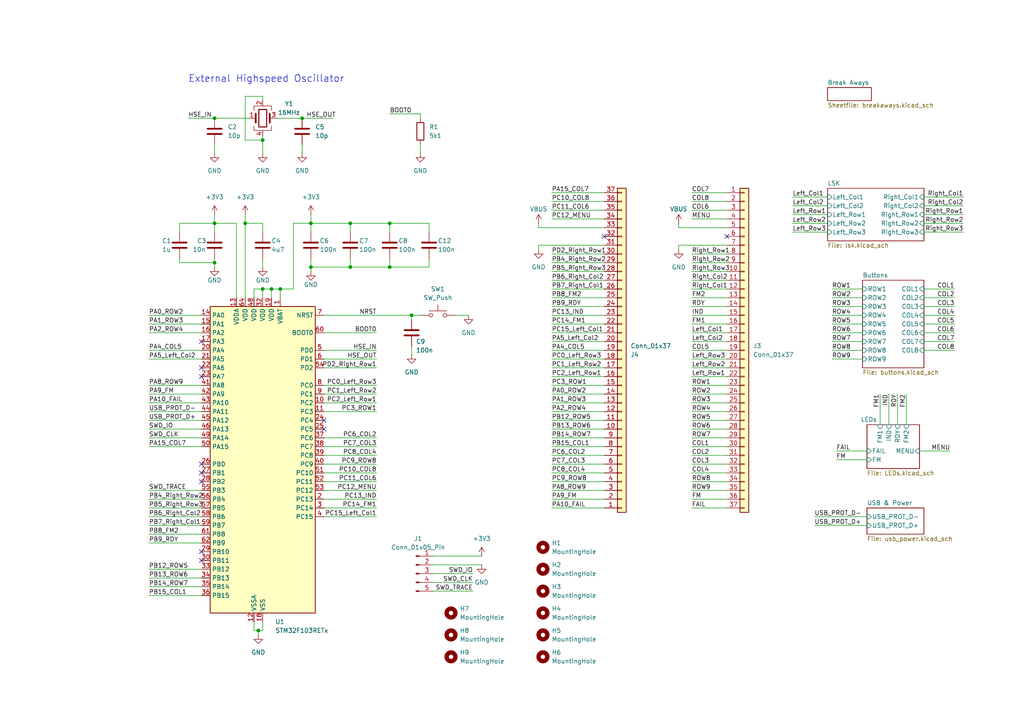
<source format=kicad_sch>
(kicad_sch
	(version 20231120)
	(generator "eeschema")
	(generator_version "8.0")
	(uuid "a6714e8f-d144-4da3-9f0a-d78532207364")
	(paper "A4")
	
	(junction
		(at 87.63 34.29)
		(diameter 0)
		(color 0 0 0 0)
		(uuid "0ac17959-3825-4d8b-bc1d-5d54904a1473")
	)
	(junction
		(at 78.74 83.82)
		(diameter 0)
		(color 0 0 0 0)
		(uuid "0e196d47-d10e-41c6-836c-1aaa450a30e0")
	)
	(junction
		(at 71.12 64.77)
		(diameter 0)
		(color 0 0 0 0)
		(uuid "14e27758-e9ad-4075-9d47-d7fafc1edf70")
	)
	(junction
		(at 76.2 40.64)
		(diameter 0)
		(color 0 0 0 0)
		(uuid "2bf40544-0c16-446f-a8fc-ed4fd652cf3b")
	)
	(junction
		(at 113.03 64.77)
		(diameter 0)
		(color 0 0 0 0)
		(uuid "2f8f2a9f-a286-43b4-bf29-fdcd12771b33")
	)
	(junction
		(at 119.38 91.44)
		(diameter 0)
		(color 0 0 0 0)
		(uuid "35ffd89a-3522-44ba-a240-0d7d71c78f76")
	)
	(junction
		(at 74.93 182.88)
		(diameter 0)
		(color 0 0 0 0)
		(uuid "4114cbae-7cc9-482f-ad22-44d150b4d0ef")
	)
	(junction
		(at 101.6 64.77)
		(diameter 0)
		(color 0 0 0 0)
		(uuid "462e2d48-7b9d-42f4-9196-609889382d02")
	)
	(junction
		(at 76.2 83.82)
		(diameter 0)
		(color 0 0 0 0)
		(uuid "636d65c8-651c-480b-b182-03a77e32e2cc")
	)
	(junction
		(at 113.03 77.47)
		(diameter 0)
		(color 0 0 0 0)
		(uuid "7cb29a67-29c6-4902-9aa5-060169c07091")
	)
	(junction
		(at 62.23 34.29)
		(diameter 0)
		(color 0 0 0 0)
		(uuid "81a15e8d-3655-4fe7-bacf-6b4732f4e90d")
	)
	(junction
		(at 62.23 64.77)
		(diameter 0)
		(color 0 0 0 0)
		(uuid "8f523b2c-9a1b-4541-8a4b-0d18e4a053e2")
	)
	(junction
		(at 81.28 83.82)
		(diameter 0)
		(color 0 0 0 0)
		(uuid "a4081a0f-a439-459e-86db-70000b0c1334")
	)
	(junction
		(at 62.23 76.2)
		(diameter 0)
		(color 0 0 0 0)
		(uuid "d9431c4d-21d4-470a-ba63-ceb6330dde9d")
	)
	(junction
		(at 101.6 77.47)
		(diameter 0)
		(color 0 0 0 0)
		(uuid "e5867998-dd43-47e3-b45e-6b4e7e98e894")
	)
	(junction
		(at 90.17 77.47)
		(diameter 0)
		(color 0 0 0 0)
		(uuid "ed7be678-3e2d-4439-9ad7-29476632ccdb")
	)
	(junction
		(at 90.17 64.77)
		(diameter 0)
		(color 0 0 0 0)
		(uuid "fd99aa94-6be2-4138-ad98-00afa3d95d0d")
	)
	(no_connect
		(at 58.42 137.16)
		(uuid "1026ca0b-8c3c-4122-86e6-e77bf003a5ca")
	)
	(no_connect
		(at 93.98 124.46)
		(uuid "16eaa569-2382-40e7-b6e1-1463aa11f964")
	)
	(no_connect
		(at 93.98 121.92)
		(uuid "2cff2626-4dab-4927-9f09-6164c0c47412")
	)
	(no_connect
		(at 210.82 68.58)
		(uuid "529b666c-7166-4098-a920-9873baea81e1")
	)
	(no_connect
		(at 58.42 99.06)
		(uuid "59dbb48e-d336-4aa1-b34f-65f0c246c4f0")
	)
	(no_connect
		(at 58.42 134.62)
		(uuid "5ab9f9e9-af2f-4fa6-badf-ceb31d8c7f6d")
	)
	(no_connect
		(at 58.42 162.56)
		(uuid "5e141a50-4449-4cac-9d69-f0effdd5c47a")
	)
	(no_connect
		(at 58.42 106.68)
		(uuid "5f00b2c8-1d6e-43d1-92c2-bad444b5e457")
	)
	(no_connect
		(at 175.26 68.58)
		(uuid "61bbafc9-8b79-4204-bd38-c87a9e57a1f5")
	)
	(no_connect
		(at 58.42 109.22)
		(uuid "769275f6-8f2b-427e-9286-ba306d7b23d7")
	)
	(no_connect
		(at 58.42 139.7)
		(uuid "88ee614f-ddcd-471d-94dd-350f4b620863")
	)
	(no_connect
		(at 58.42 160.02)
		(uuid "e7877e10-950f-4331-afaf-7b6f2302a2be")
	)
	(wire
		(pts
			(xy 62.23 64.77) (xy 62.23 67.31)
		)
		(stroke
			(width 0)
			(type default)
		)
		(uuid "002ca8b6-d054-43b0-9e7f-294f4170c383")
	)
	(wire
		(pts
			(xy 276.86 86.36) (xy 267.97 86.36)
		)
		(stroke
			(width 0)
			(type default)
		)
		(uuid "0129c93c-481c-48c1-a1b2-418232dc570c")
	)
	(wire
		(pts
			(xy 121.92 41.91) (xy 121.92 44.45)
		)
		(stroke
			(width 0)
			(type default)
		)
		(uuid "021c7e4b-f10b-496f-8b7c-3e8fd575975c")
	)
	(wire
		(pts
			(xy 196.85 66.04) (xy 196.85 64.77)
		)
		(stroke
			(width 0)
			(type default)
		)
		(uuid "024332ec-13c2-4d37-b9d0-0ec08aa25d63")
	)
	(wire
		(pts
			(xy 109.22 139.7) (xy 93.98 139.7)
		)
		(stroke
			(width 0)
			(type default)
		)
		(uuid "0383b023-e38f-4219-8077-ed9998c2bbd3")
	)
	(wire
		(pts
			(xy 119.38 100.33) (xy 119.38 102.87)
		)
		(stroke
			(width 0)
			(type default)
		)
		(uuid "03dfe426-b4c6-441f-a13c-5dfa09d8f3a5")
	)
	(wire
		(pts
			(xy 160.02 134.62) (xy 175.26 134.62)
		)
		(stroke
			(width 0)
			(type default)
		)
		(uuid "04cb53ce-9978-42f2-b939-ff47a9113f1a")
	)
	(wire
		(pts
			(xy 160.02 81.28) (xy 175.26 81.28)
		)
		(stroke
			(width 0)
			(type default)
		)
		(uuid "05423ed1-7885-4478-8775-b9f0b8beaed1")
	)
	(wire
		(pts
			(xy 241.3 91.44) (xy 250.19 91.44)
		)
		(stroke
			(width 0)
			(type default)
		)
		(uuid "05bbb447-2056-4b8e-8bdb-b0bf97262233")
	)
	(wire
		(pts
			(xy 113.03 77.47) (xy 124.46 77.47)
		)
		(stroke
			(width 0)
			(type default)
		)
		(uuid "07c2fafd-dbb1-4514-9671-8589a5ee1683")
	)
	(wire
		(pts
			(xy 101.6 64.77) (xy 101.6 67.31)
		)
		(stroke
			(width 0)
			(type default)
		)
		(uuid "0865c768-e3db-4c5f-a00c-8b1831be6335")
	)
	(wire
		(pts
			(xy 76.2 29.21) (xy 76.2 27.94)
		)
		(stroke
			(width 0)
			(type default)
		)
		(uuid "0971e094-7ee0-409c-a6b7-4655af530739")
	)
	(wire
		(pts
			(xy 200.66 60.96) (xy 210.82 60.96)
		)
		(stroke
			(width 0)
			(type default)
		)
		(uuid "0ad7c541-edd9-4ea3-8ea4-1e608eafd54f")
	)
	(wire
		(pts
			(xy 109.22 137.16) (xy 93.98 137.16)
		)
		(stroke
			(width 0)
			(type default)
		)
		(uuid "0af5fb2d-c97a-4d1b-bf0a-9885ba1c36cf")
	)
	(wire
		(pts
			(xy 251.46 149.86) (xy 236.22 149.86)
		)
		(stroke
			(width 0)
			(type default)
		)
		(uuid "0b19dfba-995f-474f-9960-8e3733e7d912")
	)
	(wire
		(pts
			(xy 113.03 64.77) (xy 124.46 64.77)
		)
		(stroke
			(width 0)
			(type default)
		)
		(uuid "0b95be0e-a430-4295-8cca-28da4e660135")
	)
	(wire
		(pts
			(xy 241.3 96.52) (xy 250.19 96.52)
		)
		(stroke
			(width 0)
			(type default)
		)
		(uuid "0ca801c2-5db9-4417-87f5-e8a3e33977bb")
	)
	(wire
		(pts
			(xy 101.6 74.93) (xy 101.6 77.47)
		)
		(stroke
			(width 0)
			(type default)
		)
		(uuid "0cbc8350-6f5a-4c00-ae86-b5ec6ba324e8")
	)
	(wire
		(pts
			(xy 76.2 182.88) (xy 74.93 182.88)
		)
		(stroke
			(width 0)
			(type default)
		)
		(uuid "0de42190-cd3e-4178-b33c-d820976cdf1d")
	)
	(wire
		(pts
			(xy 43.18 147.32) (xy 58.42 147.32)
		)
		(stroke
			(width 0)
			(type default)
		)
		(uuid "0df5e647-25a1-4543-930d-fe7cafa6eaf6")
	)
	(wire
		(pts
			(xy 276.86 96.52) (xy 267.97 96.52)
		)
		(stroke
			(width 0)
			(type default)
		)
		(uuid "0eeaa15c-e983-40d5-b78f-77ad39c49c8a")
	)
	(wire
		(pts
			(xy 242.57 130.81) (xy 251.46 130.81)
		)
		(stroke
			(width 0)
			(type default)
		)
		(uuid "0fa6ffcf-3145-4cd0-b6be-d329174f2f8c")
	)
	(wire
		(pts
			(xy 43.18 167.64) (xy 58.42 167.64)
		)
		(stroke
			(width 0)
			(type default)
		)
		(uuid "0fd0b228-0ed8-4451-9af2-0b843256178b")
	)
	(wire
		(pts
			(xy 85.09 83.82) (xy 81.28 83.82)
		)
		(stroke
			(width 0)
			(type default)
		)
		(uuid "10173628-09e0-48ab-9367-dafd71374ec5")
	)
	(wire
		(pts
			(xy 262.89 114.3) (xy 262.89 123.19)
		)
		(stroke
			(width 0)
			(type default)
		)
		(uuid "11e0bfa9-a965-4dc0-9eff-f5914dbd04b6")
	)
	(wire
		(pts
			(xy 200.66 104.14) (xy 210.82 104.14)
		)
		(stroke
			(width 0)
			(type default)
		)
		(uuid "15f81d49-16ba-4c20-9c42-8bbe49d1b6fb")
	)
	(wire
		(pts
			(xy 160.02 132.08) (xy 175.26 132.08)
		)
		(stroke
			(width 0)
			(type default)
		)
		(uuid "170d7596-ce16-4cc1-95d2-07af502b8a31")
	)
	(wire
		(pts
			(xy 43.18 170.18) (xy 58.42 170.18)
		)
		(stroke
			(width 0)
			(type default)
		)
		(uuid "174a9bdb-98e9-4254-974a-0e900bacd8b8")
	)
	(wire
		(pts
			(xy 160.02 147.32) (xy 175.26 147.32)
		)
		(stroke
			(width 0)
			(type default)
		)
		(uuid "17dd0ea9-1b67-48ca-80eb-c787ca978525")
	)
	(wire
		(pts
			(xy 200.66 58.42) (xy 210.82 58.42)
		)
		(stroke
			(width 0)
			(type default)
		)
		(uuid "18eaf263-50b9-4aba-a778-9578c33baf46")
	)
	(wire
		(pts
			(xy 200.66 55.88) (xy 210.82 55.88)
		)
		(stroke
			(width 0)
			(type default)
		)
		(uuid "1928a2f0-08f7-4c6f-a53e-26b9c5820817")
	)
	(wire
		(pts
			(xy 76.2 83.82) (xy 76.2 86.36)
		)
		(stroke
			(width 0)
			(type default)
		)
		(uuid "195aa28f-72d8-4d04-9598-e55974b6b156")
	)
	(wire
		(pts
			(xy 109.22 106.68) (xy 93.98 106.68)
		)
		(stroke
			(width 0)
			(type default)
		)
		(uuid "19c2d3a5-7816-44bc-8455-c89dab8458aa")
	)
	(wire
		(pts
			(xy 241.3 88.9) (xy 250.19 88.9)
		)
		(stroke
			(width 0)
			(type default)
		)
		(uuid "1a71efd6-8772-41af-8d32-9a56508d8248")
	)
	(wire
		(pts
			(xy 267.97 64.77) (xy 279.4 64.77)
		)
		(stroke
			(width 0)
			(type default)
		)
		(uuid "1ce29e1f-e5c6-41d2-9402-d34ff4f131df")
	)
	(wire
		(pts
			(xy 196.85 71.12) (xy 196.85 72.39)
		)
		(stroke
			(width 0)
			(type default)
		)
		(uuid "1d64a169-44d6-470b-a93f-9fe60e218946")
	)
	(wire
		(pts
			(xy 200.66 78.74) (xy 210.82 78.74)
		)
		(stroke
			(width 0)
			(type default)
		)
		(uuid "2018a7a3-59af-486c-8859-535aa4f8850a")
	)
	(wire
		(pts
			(xy 200.66 119.38) (xy 210.82 119.38)
		)
		(stroke
			(width 0)
			(type default)
		)
		(uuid "23ddb384-61c6-445e-9824-a0e82a7acb4c")
	)
	(wire
		(pts
			(xy 160.02 78.74) (xy 175.26 78.74)
		)
		(stroke
			(width 0)
			(type default)
		)
		(uuid "2427e034-6fc9-48fa-8dfa-1825d14b7731")
	)
	(wire
		(pts
			(xy 76.2 40.64) (xy 76.2 44.45)
		)
		(stroke
			(width 0)
			(type default)
		)
		(uuid "2486bae3-1fc3-4fe5-ae2c-dcaabf5877d1")
	)
	(wire
		(pts
			(xy 160.02 109.22) (xy 175.26 109.22)
		)
		(stroke
			(width 0)
			(type default)
		)
		(uuid "251b115b-a1a0-4df6-b4ab-ab8b75e2f884")
	)
	(wire
		(pts
			(xy 160.02 91.44) (xy 175.26 91.44)
		)
		(stroke
			(width 0)
			(type default)
		)
		(uuid "25ad5689-d038-47bb-8a6a-f8315740a46c")
	)
	(wire
		(pts
			(xy 160.02 137.16) (xy 175.26 137.16)
		)
		(stroke
			(width 0)
			(type default)
		)
		(uuid "2787dc8b-50b8-44fa-b395-004b074664ef")
	)
	(wire
		(pts
			(xy 62.23 77.47) (xy 62.23 76.2)
		)
		(stroke
			(width 0)
			(type default)
		)
		(uuid "2793ffa9-3f82-46ec-94ad-896f85ab572f")
	)
	(wire
		(pts
			(xy 125.73 163.83) (xy 139.7 163.83)
		)
		(stroke
			(width 0)
			(type default)
		)
		(uuid "28a0ade8-b781-43b3-925e-ca254bbe1e29")
	)
	(wire
		(pts
			(xy 101.6 77.47) (xy 113.03 77.47)
		)
		(stroke
			(width 0)
			(type default)
		)
		(uuid "29090879-1b9b-4f4b-a0dc-26348adec255")
	)
	(wire
		(pts
			(xy 109.22 114.3) (xy 93.98 114.3)
		)
		(stroke
			(width 0)
			(type default)
		)
		(uuid "292e4112-c39d-4cc0-91ec-dd4f543fa03d")
	)
	(wire
		(pts
			(xy 200.66 99.06) (xy 210.82 99.06)
		)
		(stroke
			(width 0)
			(type default)
		)
		(uuid "2b0df8bd-db3d-4ce2-b7f1-6d2aa49facc4")
	)
	(wire
		(pts
			(xy 160.02 63.5) (xy 175.26 63.5)
		)
		(stroke
			(width 0)
			(type default)
		)
		(uuid "2b5b4f6e-a404-4a72-bcf3-e7249a2caa81")
	)
	(wire
		(pts
			(xy 58.42 119.38) (xy 43.18 119.38)
		)
		(stroke
			(width 0)
			(type default)
		)
		(uuid "2baa4fe2-03b0-4061-ba6f-d3b3674e7a13")
	)
	(wire
		(pts
			(xy 43.18 96.52) (xy 58.42 96.52)
		)
		(stroke
			(width 0)
			(type default)
		)
		(uuid "2d5af7d5-efe8-45eb-9872-16f020bd30f5")
	)
	(wire
		(pts
			(xy 200.66 139.7) (xy 210.82 139.7)
		)
		(stroke
			(width 0)
			(type default)
		)
		(uuid "2d86dbcc-5b8c-49df-b290-862133f165db")
	)
	(wire
		(pts
			(xy 267.97 62.23) (xy 279.4 62.23)
		)
		(stroke
			(width 0)
			(type default)
		)
		(uuid "2e8d43a7-c3ce-4f16-92b7-019646415dc1")
	)
	(wire
		(pts
			(xy 257.81 114.3) (xy 257.81 123.19)
		)
		(stroke
			(width 0)
			(type default)
		)
		(uuid "310f269d-cde3-416b-bb18-9b03c193f712")
	)
	(wire
		(pts
			(xy 276.86 83.82) (xy 267.97 83.82)
		)
		(stroke
			(width 0)
			(type default)
		)
		(uuid "315ba9c3-94f3-4caf-9f6c-c1c11a18156c")
	)
	(wire
		(pts
			(xy 160.02 73.66) (xy 175.26 73.66)
		)
		(stroke
			(width 0)
			(type default)
		)
		(uuid "332cee96-5836-4615-9d4f-30caee666e26")
	)
	(wire
		(pts
			(xy 229.87 64.77) (xy 240.03 64.77)
		)
		(stroke
			(width 0)
			(type default)
		)
		(uuid "36f85953-071b-491a-b4cb-d1c557ffdb67")
	)
	(wire
		(pts
			(xy 90.17 64.77) (xy 101.6 64.77)
		)
		(stroke
			(width 0)
			(type default)
		)
		(uuid "384b44f8-5bae-46dd-a1f3-a93e4b9b03a4")
	)
	(wire
		(pts
			(xy 43.18 91.44) (xy 58.42 91.44)
		)
		(stroke
			(width 0)
			(type default)
		)
		(uuid "38f546fa-3cf5-415a-8241-cf8a4eaa74af")
	)
	(wire
		(pts
			(xy 76.2 27.94) (xy 71.12 27.94)
		)
		(stroke
			(width 0)
			(type default)
		)
		(uuid "3a5e66f0-3ff0-4f38-aec8-e64779799e54")
	)
	(wire
		(pts
			(xy 200.66 137.16) (xy 210.82 137.16)
		)
		(stroke
			(width 0)
			(type default)
		)
		(uuid "3cb2c4b6-323d-4ef3-b913-aae91d19edd3")
	)
	(wire
		(pts
			(xy 93.98 101.6) (xy 109.22 101.6)
		)
		(stroke
			(width 0)
			(type default)
		)
		(uuid "3dffd25d-a47d-43bf-a458-ab8b7c6eb839")
	)
	(wire
		(pts
			(xy 71.12 40.64) (xy 76.2 40.64)
		)
		(stroke
			(width 0)
			(type default)
		)
		(uuid "3ec8fc7b-ef55-466d-84e1-a22b1f21b311")
	)
	(wire
		(pts
			(xy 43.18 157.48) (xy 58.42 157.48)
		)
		(stroke
			(width 0)
			(type default)
		)
		(uuid "3ef6ea34-c6d9-437d-9688-e7b0dd1aabec")
	)
	(wire
		(pts
			(xy 267.97 59.69) (xy 279.4 59.69)
		)
		(stroke
			(width 0)
			(type default)
		)
		(uuid "3fcfd34c-038f-443e-aa74-e18b3ba481d4")
	)
	(wire
		(pts
			(xy 200.66 93.98) (xy 210.82 93.98)
		)
		(stroke
			(width 0)
			(type default)
		)
		(uuid "43b5334e-03aa-4558-9655-18aff76021da")
	)
	(wire
		(pts
			(xy 200.66 114.3) (xy 210.82 114.3)
		)
		(stroke
			(width 0)
			(type default)
		)
		(uuid "43cd4536-bde8-4f2b-82d3-621179e95d92")
	)
	(wire
		(pts
			(xy 241.3 99.06) (xy 250.19 99.06)
		)
		(stroke
			(width 0)
			(type default)
		)
		(uuid "44dda140-db84-4505-b67e-8a14a39c6cd6")
	)
	(wire
		(pts
			(xy 160.02 58.42) (xy 175.26 58.42)
		)
		(stroke
			(width 0)
			(type default)
		)
		(uuid "459ec1c3-f3d2-4ac0-9d07-be65845fc619")
	)
	(wire
		(pts
			(xy 119.38 91.44) (xy 119.38 92.71)
		)
		(stroke
			(width 0)
			(type default)
		)
		(uuid "45b55dba-8668-48eb-a648-85fd929879b8")
	)
	(wire
		(pts
			(xy 52.07 64.77) (xy 62.23 64.77)
		)
		(stroke
			(width 0)
			(type default)
		)
		(uuid "4618f9df-1557-419c-8f27-1fe859cf5a6b")
	)
	(wire
		(pts
			(xy 200.66 134.62) (xy 210.82 134.62)
		)
		(stroke
			(width 0)
			(type default)
		)
		(uuid "48b17045-8678-43fc-97d8-62821c94bede")
	)
	(wire
		(pts
			(xy 200.66 88.9) (xy 210.82 88.9)
		)
		(stroke
			(width 0)
			(type default)
		)
		(uuid "4acd607e-e71e-4fb7-8fc3-95db7044da6c")
	)
	(wire
		(pts
			(xy 200.66 63.5) (xy 210.82 63.5)
		)
		(stroke
			(width 0)
			(type default)
		)
		(uuid "4c0fedf3-757b-4f6b-b1a0-bca1891f9725")
	)
	(wire
		(pts
			(xy 200.66 132.08) (xy 210.82 132.08)
		)
		(stroke
			(width 0)
			(type default)
		)
		(uuid "4ca239ee-8792-4e57-8b6c-8b573402df85")
	)
	(wire
		(pts
			(xy 160.02 93.98) (xy 175.26 93.98)
		)
		(stroke
			(width 0)
			(type default)
		)
		(uuid "4f0bf5a6-c519-4d6f-8e5f-b941c1b05077")
	)
	(wire
		(pts
			(xy 200.66 106.68) (xy 210.82 106.68)
		)
		(stroke
			(width 0)
			(type default)
		)
		(uuid "500c0e9d-ce62-46a5-94f2-c320778a2a78")
	)
	(wire
		(pts
			(xy 137.16 168.91) (xy 125.73 168.91)
		)
		(stroke
			(width 0)
			(type default)
		)
		(uuid "5041f021-d445-43da-aae1-9a55396be580")
	)
	(wire
		(pts
			(xy 90.17 77.47) (xy 90.17 78.74)
		)
		(stroke
			(width 0)
			(type default)
		)
		(uuid "50a531ec-e916-4601-9738-e43afcab678c")
	)
	(wire
		(pts
			(xy 76.2 64.77) (xy 76.2 67.31)
		)
		(stroke
			(width 0)
			(type default)
		)
		(uuid "5229f429-bf66-4167-96e2-c277934ea148")
	)
	(wire
		(pts
			(xy 78.74 83.82) (xy 78.74 86.36)
		)
		(stroke
			(width 0)
			(type default)
		)
		(uuid "523acf82-7b79-4164-9270-f4a389d5caeb")
	)
	(wire
		(pts
			(xy 43.18 129.54) (xy 58.42 129.54)
		)
		(stroke
			(width 0)
			(type default)
		)
		(uuid "52aa512f-41ac-4609-a78f-8986db465883")
	)
	(wire
		(pts
			(xy 160.02 60.96) (xy 175.26 60.96)
		)
		(stroke
			(width 0)
			(type default)
		)
		(uuid "555bf09f-78a9-49dd-9629-20467ca7a912")
	)
	(wire
		(pts
			(xy 124.46 74.93) (xy 124.46 77.47)
		)
		(stroke
			(width 0)
			(type default)
		)
		(uuid "56789c6d-e813-44c2-8216-aae6b1762dd4")
	)
	(wire
		(pts
			(xy 124.46 67.31) (xy 124.46 64.77)
		)
		(stroke
			(width 0)
			(type default)
		)
		(uuid "5830ce34-11ad-4f79-a483-7763b9624731")
	)
	(wire
		(pts
			(xy 73.66 180.34) (xy 73.66 182.88)
		)
		(stroke
			(width 0)
			(type default)
		)
		(uuid "58c678a6-2cb1-46ea-8752-497f87b2cfd9")
	)
	(wire
		(pts
			(xy 160.02 142.24) (xy 175.26 142.24)
		)
		(stroke
			(width 0)
			(type default)
		)
		(uuid "58dc310c-38d9-491e-831e-94b76fdcedf2")
	)
	(wire
		(pts
			(xy 200.66 129.54) (xy 210.82 129.54)
		)
		(stroke
			(width 0)
			(type default)
		)
		(uuid "5901fed4-a120-47fd-bbdb-564e2b9ca630")
	)
	(wire
		(pts
			(xy 109.22 129.54) (xy 93.98 129.54)
		)
		(stroke
			(width 0)
			(type default)
		)
		(uuid "591c6e50-e785-42ee-9bb0-acc5bc99387d")
	)
	(wire
		(pts
			(xy 71.12 64.77) (xy 71.12 86.36)
		)
		(stroke
			(width 0)
			(type default)
		)
		(uuid "5ce7bb33-8eb1-4942-8ca4-32ffbd35d0a2")
	)
	(wire
		(pts
			(xy 196.85 66.04) (xy 210.82 66.04)
		)
		(stroke
			(width 0)
			(type default)
		)
		(uuid "5f895fd8-029d-4d5c-92ea-62f4d05dce35")
	)
	(wire
		(pts
			(xy 76.2 180.34) (xy 76.2 182.88)
		)
		(stroke
			(width 0)
			(type default)
		)
		(uuid "5fd96de0-d771-4e08-b6b3-4b11aa7d1ac5")
	)
	(wire
		(pts
			(xy 236.22 152.4) (xy 251.46 152.4)
		)
		(stroke
			(width 0)
			(type default)
		)
		(uuid "61459c3a-7932-41ab-8bb2-352a2f2ddd7d")
	)
	(wire
		(pts
			(xy 276.86 91.44) (xy 267.97 91.44)
		)
		(stroke
			(width 0)
			(type default)
		)
		(uuid "641913f4-b6b0-4d2b-a8cd-408ac519f141")
	)
	(wire
		(pts
			(xy 125.73 161.29) (xy 139.7 161.29)
		)
		(stroke
			(width 0)
			(type default)
		)
		(uuid "64832cf8-5eb8-45f7-b631-92996b2cbc30")
	)
	(wire
		(pts
			(xy 43.18 93.98) (xy 58.42 93.98)
		)
		(stroke
			(width 0)
			(type default)
		)
		(uuid "64fc63f9-3967-4a4c-837a-acf2207e3519")
	)
	(wire
		(pts
			(xy 156.21 66.04) (xy 175.26 66.04)
		)
		(stroke
			(width 0)
			(type default)
		)
		(uuid "664c85ab-c370-4ebb-8dff-e0387a98777d")
	)
	(wire
		(pts
			(xy 113.03 33.02) (xy 121.92 33.02)
		)
		(stroke
			(width 0)
			(type default)
		)
		(uuid "67454a94-0707-4384-b37e-259a29f58b8d")
	)
	(wire
		(pts
			(xy 241.3 86.36) (xy 250.19 86.36)
		)
		(stroke
			(width 0)
			(type default)
		)
		(uuid "67f004d2-f203-4bf4-a133-ee71edf8f78a")
	)
	(wire
		(pts
			(xy 276.86 93.98) (xy 267.97 93.98)
		)
		(stroke
			(width 0)
			(type default)
		)
		(uuid "688912a1-e8e9-4f5a-ab28-b8ddcc497101")
	)
	(wire
		(pts
			(xy 160.02 96.52) (xy 175.26 96.52)
		)
		(stroke
			(width 0)
			(type default)
		)
		(uuid "68905ebb-191f-4c88-b70e-9cfb2005e336")
	)
	(wire
		(pts
			(xy 160.02 119.38) (xy 175.26 119.38)
		)
		(stroke
			(width 0)
			(type default)
		)
		(uuid "69e799ee-c63e-4ec6-a4ae-e2f21e3d7bf8")
	)
	(wire
		(pts
			(xy 160.02 106.68) (xy 175.26 106.68)
		)
		(stroke
			(width 0)
			(type default)
		)
		(uuid "6ac2d241-abb0-4e3a-b532-377dd2ed50b4")
	)
	(wire
		(pts
			(xy 200.66 116.84) (xy 210.82 116.84)
		)
		(stroke
			(width 0)
			(type default)
		)
		(uuid "6c61af1d-f765-4982-b2d7-219adc5e8a06")
	)
	(wire
		(pts
			(xy 241.3 104.14) (xy 250.19 104.14)
		)
		(stroke
			(width 0)
			(type default)
		)
		(uuid "6d604e8b-9ce7-44bf-869d-0875979c0c37")
	)
	(wire
		(pts
			(xy 73.66 83.82) (xy 76.2 83.82)
		)
		(stroke
			(width 0)
			(type default)
		)
		(uuid "6fee0370-85b3-4fdf-be45-6e555e3c9ed7")
	)
	(wire
		(pts
			(xy 43.18 127) (xy 58.42 127)
		)
		(stroke
			(width 0)
			(type default)
		)
		(uuid "70209842-4f9e-42dd-9702-3795d2d78300")
	)
	(wire
		(pts
			(xy 241.3 101.6) (xy 250.19 101.6)
		)
		(stroke
			(width 0)
			(type default)
		)
		(uuid "713dccae-7ca9-418a-a818-0110bd29e2a4")
	)
	(wire
		(pts
			(xy 43.18 154.94) (xy 58.42 154.94)
		)
		(stroke
			(width 0)
			(type default)
		)
		(uuid "72570d0c-dda6-49fa-a4c1-e81831149937")
	)
	(wire
		(pts
			(xy 160.02 116.84) (xy 175.26 116.84)
		)
		(stroke
			(width 0)
			(type default)
		)
		(uuid "727bbb45-6d70-45f9-9b7c-85433e9e54f8")
	)
	(wire
		(pts
			(xy 43.18 149.86) (xy 58.42 149.86)
		)
		(stroke
			(width 0)
			(type default)
		)
		(uuid "73db20c3-29ef-4f82-9c5d-548abe7af906")
	)
	(wire
		(pts
			(xy 242.57 133.35) (xy 251.46 133.35)
		)
		(stroke
			(width 0)
			(type default)
		)
		(uuid "755b6f3d-36e6-44cf-a69b-444cc90f0bae")
	)
	(wire
		(pts
			(xy 43.18 165.1) (xy 58.42 165.1)
		)
		(stroke
			(width 0)
			(type default)
		)
		(uuid "76c9093b-6a8e-4a76-b5a2-4c13fa6750e0")
	)
	(wire
		(pts
			(xy 200.66 101.6) (xy 210.82 101.6)
		)
		(stroke
			(width 0)
			(type default)
		)
		(uuid "76f60b43-720d-4c10-857d-0fa6b8f99585")
	)
	(wire
		(pts
			(xy 76.2 64.77) (xy 71.12 64.77)
		)
		(stroke
			(width 0)
			(type default)
		)
		(uuid "7901afed-d82c-4f13-b22e-7ef81d8779fe")
	)
	(wire
		(pts
			(xy 200.66 111.76) (xy 210.82 111.76)
		)
		(stroke
			(width 0)
			(type default)
		)
		(uuid "799d3b5d-fc12-4c34-b5fc-39f57b6a56f4")
	)
	(wire
		(pts
			(xy 200.66 109.22) (xy 210.82 109.22)
		)
		(stroke
			(width 0)
			(type default)
		)
		(uuid "7d3948e6-568b-4756-b9a3-8d2963d89ae9")
	)
	(wire
		(pts
			(xy 160.02 104.14) (xy 175.26 104.14)
		)
		(stroke
			(width 0)
			(type default)
		)
		(uuid "7f4d4d8d-f80a-4a64-a347-dd6f4cc5a72c")
	)
	(wire
		(pts
			(xy 87.63 34.29) (xy 96.52 34.29)
		)
		(stroke
			(width 0)
			(type default)
		)
		(uuid "807d0817-f921-42b7-b590-9b3c1b0e31f1")
	)
	(wire
		(pts
			(xy 71.12 27.94) (xy 71.12 40.64)
		)
		(stroke
			(width 0)
			(type default)
		)
		(uuid "816dd3a2-ba8e-44ed-801d-249443b140ea")
	)
	(wire
		(pts
			(xy 160.02 129.54) (xy 175.26 129.54)
		)
		(stroke
			(width 0)
			(type default)
		)
		(uuid "82b41d60-4e2b-49ab-bc41-bacf1896c897")
	)
	(wire
		(pts
			(xy 241.3 83.82) (xy 250.19 83.82)
		)
		(stroke
			(width 0)
			(type default)
		)
		(uuid "83a6ad68-d62e-41f5-a396-d5750e97d583")
	)
	(wire
		(pts
			(xy 93.98 91.44) (xy 119.38 91.44)
		)
		(stroke
			(width 0)
			(type default)
		)
		(uuid "83f03845-ac8a-4955-8567-05bc81c8f4b8")
	)
	(wire
		(pts
			(xy 62.23 74.93) (xy 62.23 76.2)
		)
		(stroke
			(width 0)
			(type default)
		)
		(uuid "841c821f-d989-4e07-bbb4-2a05d450813f")
	)
	(wire
		(pts
			(xy 87.63 41.91) (xy 87.63 44.45)
		)
		(stroke
			(width 0)
			(type default)
		)
		(uuid "864506d0-9a0c-44b5-a908-c1f39ce97d3f")
	)
	(wire
		(pts
			(xy 160.02 144.78) (xy 175.26 144.78)
		)
		(stroke
			(width 0)
			(type default)
		)
		(uuid "86d17030-a34c-4670-bd6f-d2e0fbb93c32")
	)
	(wire
		(pts
			(xy 80.01 34.29) (xy 87.63 34.29)
		)
		(stroke
			(width 0)
			(type default)
		)
		(uuid "88de58c2-e37e-4929-aab0-104efe9beffb")
	)
	(wire
		(pts
			(xy 200.66 73.66) (xy 210.82 73.66)
		)
		(stroke
			(width 0)
			(type default)
		)
		(uuid "8944490a-9919-46b6-873a-73b099cd2c42")
	)
	(wire
		(pts
			(xy 90.17 62.23) (xy 90.17 64.77)
		)
		(stroke
			(width 0)
			(type default)
		)
		(uuid "8abe141d-80d4-4e2b-b6b2-02e534eaa27d")
	)
	(wire
		(pts
			(xy 200.66 124.46) (xy 210.82 124.46)
		)
		(stroke
			(width 0)
			(type default)
		)
		(uuid "8b2268f7-ec89-46cd-8dcb-aafcf03d3279")
	)
	(wire
		(pts
			(xy 160.02 127) (xy 175.26 127)
		)
		(stroke
			(width 0)
			(type default)
		)
		(uuid "8be91cf2-a1da-4368-a08b-f976f72c8f49")
	)
	(wire
		(pts
			(xy 93.98 134.62) (xy 109.22 134.62)
		)
		(stroke
			(width 0)
			(type default)
		)
		(uuid "8c2c61a0-0c01-4af6-85bd-c699dec8af06")
	)
	(wire
		(pts
			(xy 43.18 111.76) (xy 58.42 111.76)
		)
		(stroke
			(width 0)
			(type default)
		)
		(uuid "8c940212-0225-4d5f-ac16-5009a7544f8a")
	)
	(wire
		(pts
			(xy 43.18 152.4) (xy 58.42 152.4)
		)
		(stroke
			(width 0)
			(type default)
		)
		(uuid "8cfd7b39-ec84-4d7c-ad00-f3721e9f523f")
	)
	(wire
		(pts
			(xy 200.66 144.78) (xy 210.82 144.78)
		)
		(stroke
			(width 0)
			(type default)
		)
		(uuid "8d5fce2d-4c88-409f-a8f0-384d7b86966b")
	)
	(wire
		(pts
			(xy 229.87 57.15) (xy 240.03 57.15)
		)
		(stroke
			(width 0)
			(type default)
		)
		(uuid "8d80575a-2732-4fad-96c7-8238c1160566")
	)
	(wire
		(pts
			(xy 160.02 99.06) (xy 175.26 99.06)
		)
		(stroke
			(width 0)
			(type default)
		)
		(uuid "904f17d4-fd32-4674-aef8-98ae62ee259f")
	)
	(wire
		(pts
			(xy 62.23 41.91) (xy 62.23 44.45)
		)
		(stroke
			(width 0)
			(type default)
		)
		(uuid "90eb99f4-b32e-482c-9410-b02ac8e04a8c")
	)
	(wire
		(pts
			(xy 160.02 83.82) (xy 175.26 83.82)
		)
		(stroke
			(width 0)
			(type default)
		)
		(uuid "9249a540-b56e-4ae2-b77f-1582f199e738")
	)
	(wire
		(pts
			(xy 109.22 119.38) (xy 93.98 119.38)
		)
		(stroke
			(width 0)
			(type default)
		)
		(uuid "92618c43-14cd-497b-8f33-ba1689b6eeca")
	)
	(wire
		(pts
			(xy 73.66 86.36) (xy 73.66 83.82)
		)
		(stroke
			(width 0)
			(type default)
		)
		(uuid "934239f2-159e-44a6-82fc-a99b93039ef4")
	)
	(wire
		(pts
			(xy 156.21 71.12) (xy 156.21 72.39)
		)
		(stroke
			(width 0)
			(type default)
		)
		(uuid "95acf485-c56c-4da2-a2f3-d4deebe8369b")
	)
	(wire
		(pts
			(xy 90.17 67.31) (xy 90.17 64.77)
		)
		(stroke
			(width 0)
			(type default)
		)
		(uuid "96c4f7cc-49d4-45ea-9b41-765bd977f871")
	)
	(wire
		(pts
			(xy 43.18 116.84) (xy 58.42 116.84)
		)
		(stroke
			(width 0)
			(type default)
		)
		(uuid "97615efc-744c-4017-bb1f-3d48c285c10e")
	)
	(wire
		(pts
			(xy 90.17 64.77) (xy 85.09 64.77)
		)
		(stroke
			(width 0)
			(type default)
		)
		(uuid "97f6fb1f-14a8-4e2c-9b2c-d5c962628c99")
	)
	(wire
		(pts
			(xy 137.16 171.45) (xy 125.73 171.45)
		)
		(stroke
			(width 0)
			(type default)
		)
		(uuid "9a42e892-2426-4d86-a4e1-d11464ab1299")
	)
	(wire
		(pts
			(xy 109.22 144.78) (xy 93.98 144.78)
		)
		(stroke
			(width 0)
			(type default)
		)
		(uuid "9bc899e0-2edf-4926-9682-4b14411a38ea")
	)
	(wire
		(pts
			(xy 267.97 67.31) (xy 279.4 67.31)
		)
		(stroke
			(width 0)
			(type default)
		)
		(uuid "9df10aee-6380-43d7-b7b0-9ec080bb42d7")
	)
	(wire
		(pts
			(xy 43.18 114.3) (xy 58.42 114.3)
		)
		(stroke
			(width 0)
			(type default)
		)
		(uuid "9dfbe605-4dbb-42aa-8e67-256b0c9adf78")
	)
	(wire
		(pts
			(xy 156.21 71.12) (xy 175.26 71.12)
		)
		(stroke
			(width 0)
			(type default)
		)
		(uuid "9e6913ba-18c1-460e-a283-e5fe27a42ae1")
	)
	(wire
		(pts
			(xy 200.66 96.52) (xy 210.82 96.52)
		)
		(stroke
			(width 0)
			(type default)
		)
		(uuid "9ec06840-5109-4765-8547-9d5ff5079b4e")
	)
	(wire
		(pts
			(xy 260.35 114.3) (xy 260.35 123.19)
		)
		(stroke
			(width 0)
			(type default)
		)
		(uuid "a0d81f94-538e-4e0c-9a7c-aa1f2c317e17")
	)
	(wire
		(pts
			(xy 68.58 64.77) (xy 68.58 86.36)
		)
		(stroke
			(width 0)
			(type default)
		)
		(uuid "a0eba693-2f42-4f46-8c4b-81af4887c418")
	)
	(wire
		(pts
			(xy 71.12 62.23) (xy 71.12 64.77)
		)
		(stroke
			(width 0)
			(type default)
		)
		(uuid "a1a52adf-7ffe-4cd5-b95a-99b9d9a5c69b")
	)
	(wire
		(pts
			(xy 132.08 91.44) (xy 135.89 91.44)
		)
		(stroke
			(width 0)
			(type default)
		)
		(uuid "a42f6153-adbd-418d-b7cb-77ece8341672")
	)
	(wire
		(pts
			(xy 255.27 114.3) (xy 255.27 123.19)
		)
		(stroke
			(width 0)
			(type default)
		)
		(uuid "a930361d-b90c-4fd6-9d3e-0012d64ed5c1")
	)
	(wire
		(pts
			(xy 160.02 101.6) (xy 175.26 101.6)
		)
		(stroke
			(width 0)
			(type default)
		)
		(uuid "ab13ea59-afc5-4c79-9017-dd32455cd987")
	)
	(wire
		(pts
			(xy 160.02 114.3) (xy 175.26 114.3)
		)
		(stroke
			(width 0)
			(type default)
		)
		(uuid "ac25af91-85b0-43a2-835d-21c16009b2a2")
	)
	(wire
		(pts
			(xy 160.02 76.2) (xy 175.26 76.2)
		)
		(stroke
			(width 0)
			(type default)
		)
		(uuid "ad49ab87-0543-4bfa-80aa-a4dbf2e36c1f")
	)
	(wire
		(pts
			(xy 200.66 76.2) (xy 210.82 76.2)
		)
		(stroke
			(width 0)
			(type default)
		)
		(uuid "aee19d8a-06d7-4c71-bd10-ba3a15483b52")
	)
	(wire
		(pts
			(xy 109.22 147.32) (xy 93.98 147.32)
		)
		(stroke
			(width 0)
			(type default)
		)
		(uuid "aee3cfdc-212b-4b77-8440-0770138b1717")
	)
	(wire
		(pts
			(xy 210.82 71.12) (xy 196.85 71.12)
		)
		(stroke
			(width 0)
			(type default)
		)
		(uuid "b05a6bec-75e7-4524-8891-951d60c0d398")
	)
	(wire
		(pts
			(xy 43.18 121.92) (xy 58.42 121.92)
		)
		(stroke
			(width 0)
			(type default)
		)
		(uuid "b0a2982f-7ddf-47b3-8e87-fa6959b912de")
	)
	(wire
		(pts
			(xy 43.18 142.24) (xy 58.42 142.24)
		)
		(stroke
			(width 0)
			(type default)
		)
		(uuid "b2f630e7-88e8-4e7f-8a90-229ce9017474")
	)
	(wire
		(pts
			(xy 93.98 142.24) (xy 109.22 142.24)
		)
		(stroke
			(width 0)
			(type default)
		)
		(uuid "b35f9041-a771-4cd6-9b76-426ef11cdcb4")
	)
	(wire
		(pts
			(xy 78.74 83.82) (xy 81.28 83.82)
		)
		(stroke
			(width 0)
			(type default)
		)
		(uuid "b405239b-d183-4b3d-8474-a2c76a7bb2c1")
	)
	(wire
		(pts
			(xy 93.98 96.52) (xy 109.22 96.52)
		)
		(stroke
			(width 0)
			(type default)
		)
		(uuid "b54d8cb3-c445-4158-a4c5-1e6b0a10a512")
	)
	(wire
		(pts
			(xy 121.92 33.02) (xy 121.92 34.29)
		)
		(stroke
			(width 0)
			(type default)
		)
		(uuid "b650e92c-e647-4cd5-9573-0222b6ddc60d")
	)
	(wire
		(pts
			(xy 160.02 111.76) (xy 175.26 111.76)
		)
		(stroke
			(width 0)
			(type default)
		)
		(uuid "b6aae8c9-4165-444e-b285-22462ef6e366")
	)
	(wire
		(pts
			(xy 276.86 99.06) (xy 267.97 99.06)
		)
		(stroke
			(width 0)
			(type default)
		)
		(uuid "b87eadbb-c79b-43c3-9e4a-657e2215083e")
	)
	(wire
		(pts
			(xy 54.61 34.29) (xy 62.23 34.29)
		)
		(stroke
			(width 0)
			(type default)
		)
		(uuid "ba3a8d32-39c6-44bc-b336-3fc2e9f03d2f")
	)
	(wire
		(pts
			(xy 109.22 132.08) (xy 93.98 132.08)
		)
		(stroke
			(width 0)
			(type default)
		)
		(uuid "bb6c9311-28ed-4772-8464-7411c196cc1e")
	)
	(wire
		(pts
			(xy 200.66 91.44) (xy 210.82 91.44)
		)
		(stroke
			(width 0)
			(type default)
		)
		(uuid "bf407185-ccf6-40f5-b2c5-af6708a96dc8")
	)
	(wire
		(pts
			(xy 68.58 64.77) (xy 62.23 64.77)
		)
		(stroke
			(width 0)
			(type default)
		)
		(uuid "bfe671fb-96ce-4194-9cc1-a54b0f9c2502")
	)
	(wire
		(pts
			(xy 74.93 182.88) (xy 74.93 184.15)
		)
		(stroke
			(width 0)
			(type default)
		)
		(uuid "c443db9d-01a4-4628-b2e3-e0bea600c4c8")
	)
	(wire
		(pts
			(xy 276.86 101.6) (xy 267.97 101.6)
		)
		(stroke
			(width 0)
			(type default)
		)
		(uuid "c46916b8-7ca9-4c2a-a34e-57e021345f95")
	)
	(wire
		(pts
			(xy 52.07 67.31) (xy 52.07 64.77)
		)
		(stroke
			(width 0)
			(type default)
		)
		(uuid "c47697cb-1cd4-4c02-96b0-5c00b186b5e9")
	)
	(wire
		(pts
			(xy 101.6 64.77) (xy 113.03 64.77)
		)
		(stroke
			(width 0)
			(type default)
		)
		(uuid "c568b4ef-9f74-418c-8c12-4b84e3aa1f8e")
	)
	(wire
		(pts
			(xy 62.23 34.29) (xy 72.39 34.29)
		)
		(stroke
			(width 0)
			(type default)
		)
		(uuid "c75ec236-85ff-4d31-a8c5-b16cb3d139af")
	)
	(wire
		(pts
			(xy 200.66 147.32) (xy 210.82 147.32)
		)
		(stroke
			(width 0)
			(type default)
		)
		(uuid "c7d884cd-d216-4ea0-87d9-ca7ad52455d5")
	)
	(wire
		(pts
			(xy 62.23 62.23) (xy 62.23 64.77)
		)
		(stroke
			(width 0)
			(type default)
		)
		(uuid "c7d9b5dd-1e6a-4794-848e-d152be3c8eb3")
	)
	(wire
		(pts
			(xy 119.38 91.44) (xy 121.92 91.44)
		)
		(stroke
			(width 0)
			(type default)
		)
		(uuid "cbefbdb2-e68b-4708-8df5-9eb373ea1591")
	)
	(wire
		(pts
			(xy 160.02 86.36) (xy 175.26 86.36)
		)
		(stroke
			(width 0)
			(type default)
		)
		(uuid "cc6f039d-e217-4dda-8733-a64b5a01a267")
	)
	(wire
		(pts
			(xy 113.03 74.93) (xy 113.03 77.47)
		)
		(stroke
			(width 0)
			(type default)
		)
		(uuid "cefcfd38-f940-47ad-af8e-7b721b4a0935")
	)
	(wire
		(pts
			(xy 76.2 74.93) (xy 76.2 77.47)
		)
		(stroke
			(width 0)
			(type default)
		)
		(uuid "d001eb80-fd98-49cb-98ad-418a322cc5f8")
	)
	(wire
		(pts
			(xy 200.66 121.92) (xy 210.82 121.92)
		)
		(stroke
			(width 0)
			(type default)
		)
		(uuid "d0bdd207-40b1-483b-9e45-66aef49c2b2e")
	)
	(wire
		(pts
			(xy 85.09 64.77) (xy 85.09 83.82)
		)
		(stroke
			(width 0)
			(type default)
		)
		(uuid "d0cd844e-7680-408f-83ba-46349a2c93a1")
	)
	(wire
		(pts
			(xy 200.66 142.24) (xy 210.82 142.24)
		)
		(stroke
			(width 0)
			(type default)
		)
		(uuid "d4af3233-6302-46a9-bff3-ff83d9ab573f")
	)
	(wire
		(pts
			(xy 275.59 130.81) (xy 266.7 130.81)
		)
		(stroke
			(width 0)
			(type default)
		)
		(uuid "d6eae88b-e885-44f4-bd55-c107bd42c7b2")
	)
	(wire
		(pts
			(xy 160.02 55.88) (xy 175.26 55.88)
		)
		(stroke
			(width 0)
			(type default)
		)
		(uuid "d741c9d2-c0d6-4439-be36-9fcd040747d2")
	)
	(wire
		(pts
			(xy 229.87 62.23) (xy 240.03 62.23)
		)
		(stroke
			(width 0)
			(type default)
		)
		(uuid "d8beaa81-1a38-4488-9597-dd12368a778e")
	)
	(wire
		(pts
			(xy 93.98 104.14) (xy 109.22 104.14)
		)
		(stroke
			(width 0)
			(type default)
		)
		(uuid "d8d761d6-527e-460c-a244-bafabc4c41f3")
	)
	(wire
		(pts
			(xy 229.87 59.69) (xy 240.03 59.69)
		)
		(stroke
			(width 0)
			(type default)
		)
		(uuid "da37fc59-9074-4291-b9c7-0efae384e75f")
	)
	(wire
		(pts
			(xy 76.2 83.82) (xy 78.74 83.82)
		)
		(stroke
			(width 0)
			(type default)
		)
		(uuid "dfa5dcb6-834d-4038-9b84-33939cf5c5a2")
	)
	(wire
		(pts
			(xy 160.02 124.46) (xy 175.26 124.46)
		)
		(stroke
			(width 0)
			(type default)
		)
		(uuid "e26faef4-f852-41a9-87c9-a8d98b2e96da")
	)
	(wire
		(pts
			(xy 43.18 101.6) (xy 58.42 101.6)
		)
		(stroke
			(width 0)
			(type default)
		)
		(uuid "e2bc9adc-c504-457b-9e71-0ea293f3073d")
	)
	(wire
		(pts
			(xy 160.02 121.92) (xy 175.26 121.92)
		)
		(stroke
			(width 0)
			(type default)
		)
		(uuid "e2f42245-9dcb-4b48-9a3e-858c2e367736")
	)
	(wire
		(pts
			(xy 43.18 144.78) (xy 58.42 144.78)
		)
		(stroke
			(width 0)
			(type default)
		)
		(uuid "e3973571-20ac-4558-84b3-5bd4a4e65422")
	)
	(wire
		(pts
			(xy 241.3 93.98) (xy 250.19 93.98)
		)
		(stroke
			(width 0)
			(type default)
		)
		(uuid "e3e3cf8b-db43-49c6-87ae-58a25c6094db")
	)
	(wire
		(pts
			(xy 200.66 83.82) (xy 210.82 83.82)
		)
		(stroke
			(width 0)
			(type default)
		)
		(uuid "e43f1345-7b50-452a-8bec-00623c4c7d03")
	)
	(wire
		(pts
			(xy 137.16 166.37) (xy 125.73 166.37)
		)
		(stroke
			(width 0)
			(type default)
		)
		(uuid "e5c8a8ee-4c2d-4fa8-9405-750e9a52041f")
	)
	(wire
		(pts
			(xy 276.86 88.9) (xy 267.97 88.9)
		)
		(stroke
			(width 0)
			(type default)
		)
		(uuid "e5e30db9-19db-4d9b-9898-a8c7ff730f7c")
	)
	(wire
		(pts
			(xy 160.02 88.9) (xy 175.26 88.9)
		)
		(stroke
			(width 0)
			(type default)
		)
		(uuid "e623d99b-060d-4764-bd04-01c0809818ff")
	)
	(wire
		(pts
			(xy 93.98 149.86) (xy 109.22 149.86)
		)
		(stroke
			(width 0)
			(type default)
		)
		(uuid "e95cf903-e0c5-4778-97be-09e7f43ffdcc")
	)
	(wire
		(pts
			(xy 109.22 127) (xy 93.98 127)
		)
		(stroke
			(width 0)
			(type default)
		)
		(uuid "ea9585e2-8dbd-4217-9409-2cad6aa65711")
	)
	(wire
		(pts
			(xy 52.07 76.2) (xy 62.23 76.2)
		)
		(stroke
			(width 0)
			(type default)
		)
		(uuid "eb69b04e-a8a9-4a03-b8cb-1f286dad23d0")
	)
	(wire
		(pts
			(xy 43.18 104.14) (xy 58.42 104.14)
		)
		(stroke
			(width 0)
			(type default)
		)
		(uuid "ebef5b5a-1d7d-47eb-b357-d62b6ae796bf")
	)
	(wire
		(pts
			(xy 76.2 39.37) (xy 76.2 40.64)
		)
		(stroke
			(width 0)
			(type default)
		)
		(uuid "ecc203c1-6d3c-4e51-b8c2-e2d57834d95b")
	)
	(wire
		(pts
			(xy 74.93 182.88) (xy 73.66 182.88)
		)
		(stroke
			(width 0)
			(type default)
		)
		(uuid "ed5b49f7-ab75-438c-8d16-66891c36770a")
	)
	(wire
		(pts
			(xy 160.02 139.7) (xy 175.26 139.7)
		)
		(stroke
			(width 0)
			(type default)
		)
		(uuid "f02d7e8b-47cb-4f1c-9028-3fe998158694")
	)
	(wire
		(pts
			(xy 52.07 74.93) (xy 52.07 76.2)
		)
		(stroke
			(width 0)
			(type default)
		)
		(uuid "f13e9d75-8470-4885-a84b-6f0352627c1c")
	)
	(wire
		(pts
			(xy 43.18 124.46) (xy 58.42 124.46)
		)
		(stroke
			(width 0)
			(type default)
		)
		(uuid "f25f003d-dabe-44ab-87d7-456596c21dd0")
	)
	(wire
		(pts
			(xy 200.66 127) (xy 210.82 127)
		)
		(stroke
			(width 0)
			(type default)
		)
		(uuid "f2abaedd-c2d6-43a6-ae8d-238612625b5c")
	)
	(wire
		(pts
			(xy 81.28 83.82) (xy 81.28 86.36)
		)
		(stroke
			(width 0)
			(type default)
		)
		(uuid "f380a9b0-7650-496e-bb1b-0cf532764a62")
	)
	(wire
		(pts
			(xy 113.03 67.31) (xy 113.03 64.77)
		)
		(stroke
			(width 0)
			(type default)
		)
		(uuid "f419b968-36f8-4417-a98d-c7611182ce8c")
	)
	(wire
		(pts
			(xy 43.18 172.72) (xy 58.42 172.72)
		)
		(stroke
			(width 0)
			(type default)
		)
		(uuid "f5a8fbc4-f4ae-4e20-991d-91aa8f2afd69")
	)
	(wire
		(pts
			(xy 229.87 67.31) (xy 240.03 67.31)
		)
		(stroke
			(width 0)
			(type default)
		)
		(uuid "f6831afa-3924-417d-84b1-773891f203e0")
	)
	(wire
		(pts
			(xy 101.6 77.47) (xy 90.17 77.47)
		)
		(stroke
			(width 0)
			(type default)
		)
		(uuid "f71e0db3-4160-4d96-8783-3559240f4fbb")
	)
	(wire
		(pts
			(xy 109.22 116.84) (xy 93.98 116.84)
		)
		(stroke
			(width 0)
			(type default)
		)
		(uuid "f8ad465d-a369-4083-b559-2e9e58928633")
	)
	(wire
		(pts
			(xy 267.97 57.15) (xy 279.4 57.15)
		)
		(stroke
			(width 0)
			(type default)
		)
		(uuid "f9d6aca9-1600-480c-ab88-20204b8433b3")
	)
	(wire
		(pts
			(xy 200.66 81.28) (xy 210.82 81.28)
		)
		(stroke
			(width 0)
			(type default)
		)
		(uuid "faa6427e-d029-4d76-be01-b311b1c15f0a")
	)
	(wire
		(pts
			(xy 109.22 111.76) (xy 93.98 111.76)
		)
		(stroke
			(width 0)
			(type default)
		)
		(uuid "fba52a93-90e0-4f1f-b7e2-81eff15c0680")
	)
	(wire
		(pts
			(xy 156.21 66.04) (xy 156.21 64.77)
		)
		(stroke
			(width 0)
			(type default)
		)
		(uuid "fc8e9e4f-a17b-4bce-8917-b34909d3a88a")
	)
	(wire
		(pts
			(xy 90.17 74.93) (xy 90.17 77.47)
		)
		(stroke
			(width 0)
			(type default)
		)
		(uuid "fe42d2d4-24d3-4519-a26a-4e2e018f831e")
	)
	(wire
		(pts
			(xy 200.66 86.36) (xy 210.82 86.36)
		)
		(stroke
			(width 0)
			(type default)
		)
		(uuid "fe7b7adc-08df-43ab-be91-102cd6efae5b")
	)
	(text "External Highspeed Oscillator"
		(exclude_from_sim no)
		(at 54.61 24.13 0)
		(effects
			(font
				(size 2 2)
			)
			(justify left bottom)
		)
		(uuid "f11ab19e-25f6-47c2-a63e-dd211c1b45ab")
	)
	(label "Left_Col2"
		(at 229.87 59.69 0)
		(fields_autoplaced yes)
		(effects
			(font
				(size 1.27 1.27)
			)
			(justify left bottom)
		)
		(uuid "02c8207b-aeaf-4b10-9dc9-1a2ed3fb967d")
	)
	(label "Left_Row3"
		(at 229.87 67.31 0)
		(fields_autoplaced yes)
		(effects
			(font
				(size 1.27 1.27)
			)
			(justify left bottom)
		)
		(uuid "03e42189-9603-4cdf-80cf-79d7fa7ed648")
	)
	(label "PB12_ROW5"
		(at 160.02 121.92 0)
		(fields_autoplaced yes)
		(effects
			(font
				(size 1.27 1.27)
			)
			(justify left bottom)
		)
		(uuid "05e983eb-ede2-463a-9e00-df851d0d415b")
	)
	(label "FM1"
		(at 255.27 114.3 270)
		(fields_autoplaced yes)
		(effects
			(font
				(size 1.27 1.27)
			)
			(justify right bottom)
		)
		(uuid "064799cb-df18-42d2-a21c-c58fb40125e1")
	)
	(label "PB4_Right_Row2"
		(at 160.02 76.2 0)
		(fields_autoplaced yes)
		(effects
			(font
				(size 1.27 1.27)
			)
			(justify left bottom)
		)
		(uuid "06cd4080-58d6-48e3-8491-7294a5878498")
	)
	(label "PB6_Right_Col2"
		(at 160.02 81.28 0)
		(fields_autoplaced yes)
		(effects
			(font
				(size 1.27 1.27)
			)
			(justify left bottom)
		)
		(uuid "0afe00d1-5647-4058-928a-59d7e4f7c75d")
	)
	(label "ROW6"
		(at 241.3 96.52 0)
		(fields_autoplaced yes)
		(effects
			(font
				(size 1.27 1.27)
			)
			(justify left bottom)
		)
		(uuid "0b906bce-2860-45f7-ba7f-3ef316bad52c")
	)
	(label "COL1"
		(at 200.66 129.54 0)
		(fields_autoplaced yes)
		(effects
			(font
				(size 1.27 1.27)
			)
			(justify left bottom)
		)
		(uuid "0de92621-b756-4473-afaf-fd42790e98f4")
	)
	(label "COL6"
		(at 276.86 96.52 180)
		(fields_autoplaced yes)
		(effects
			(font
				(size 1.27 1.27)
			)
			(justify right bottom)
		)
		(uuid "117b8d2a-0bc9-4749-a558-b7ee03c383a4")
	)
	(label "BOOT0"
		(at 113.03 33.02 0)
		(fields_autoplaced yes)
		(effects
			(font
				(size 1.27 1.27)
			)
			(justify left bottom)
		)
		(uuid "11f57087-ac7a-4adb-a8b7-9e686791c694")
	)
	(label "PC15_Left_Col1"
		(at 160.02 96.52 0)
		(fields_autoplaced yes)
		(effects
			(font
				(size 1.27 1.27)
			)
			(justify left bottom)
		)
		(uuid "120cfa9d-e34f-4c1d-aea6-2ecf1f224a95")
	)
	(label "RDY"
		(at 200.66 88.9 0)
		(fields_autoplaced yes)
		(effects
			(font
				(size 1.27 1.27)
			)
			(justify left bottom)
		)
		(uuid "12705782-980e-407d-84eb-3973893bcb9a")
	)
	(label "PB7_Right_Col1"
		(at 160.02 83.82 0)
		(fields_autoplaced yes)
		(effects
			(font
				(size 1.27 1.27)
			)
			(justify left bottom)
		)
		(uuid "1303bf35-6775-44a5-8146-b168e3036788")
	)
	(label "COL7"
		(at 200.66 55.88 0)
		(fields_autoplaced yes)
		(effects
			(font
				(size 1.27 1.27)
			)
			(justify left bottom)
		)
		(uuid "134b6640-7b9d-491b-982f-e942d055294b")
	)
	(label "PA2_ROW4"
		(at 43.18 96.52 0)
		(fields_autoplaced yes)
		(effects
			(font
				(size 1.27 1.27)
			)
			(justify left bottom)
		)
		(uuid "138d238e-81f3-4938-a19a-531449801096")
	)
	(label "COL5"
		(at 200.66 101.6 0)
		(fields_autoplaced yes)
		(effects
			(font
				(size 1.27 1.27)
			)
			(justify left bottom)
		)
		(uuid "1892e351-6fd2-49b9-a97b-4501de9a0faa")
	)
	(label "FAIL"
		(at 242.57 130.81 0)
		(fields_autoplaced yes)
		(effects
			(font
				(size 1.27 1.27)
			)
			(justify left bottom)
		)
		(uuid "18f9ffb1-135b-4beb-99e0-62ab44294fb6")
	)
	(label "COL4"
		(at 276.86 91.44 180)
		(fields_autoplaced yes)
		(effects
			(font
				(size 1.27 1.27)
			)
			(justify right bottom)
		)
		(uuid "1bc71f76-0c3d-46b0-a224-88efa639066f")
	)
	(label "PC14_FM1"
		(at 160.02 93.98 0)
		(fields_autoplaced yes)
		(effects
			(font
				(size 1.27 1.27)
			)
			(justify left bottom)
		)
		(uuid "1fbb2d20-86c9-4b49-9233-ff0cbe070f34")
	)
	(label "ROW1"
		(at 200.66 111.76 0)
		(fields_autoplaced yes)
		(effects
			(font
				(size 1.27 1.27)
			)
			(justify left bottom)
		)
		(uuid "21c5532c-99c5-4069-9b02-1a5805fb5ea6")
	)
	(label "PC14_FM1"
		(at 109.22 147.32 180)
		(fields_autoplaced yes)
		(effects
			(font
				(size 1.27 1.27)
			)
			(justify right bottom)
		)
		(uuid "227b9f30-9496-4530-bce2-c7a1b87c3546")
	)
	(label "ROW5"
		(at 200.66 121.92 0)
		(fields_autoplaced yes)
		(effects
			(font
				(size 1.27 1.27)
			)
			(justify left bottom)
		)
		(uuid "2637bfe0-bfe7-4b6d-ba8e-2a8d20a2f507")
	)
	(label "PC10_COL8"
		(at 109.22 137.16 180)
		(fields_autoplaced yes)
		(effects
			(font
				(size 1.27 1.27)
			)
			(justify right bottom)
		)
		(uuid "26b07964-c658-4762-9e49-f834d25a6bfa")
	)
	(label "PC1_Left_Row2"
		(at 109.22 114.3 180)
		(fields_autoplaced yes)
		(effects
			(font
				(size 1.27 1.27)
			)
			(justify right bottom)
		)
		(uuid "31407337-88d0-4e31-b4b5-03922496db35")
	)
	(label "PA0_ROW2"
		(at 43.18 91.44 0)
		(fields_autoplaced yes)
		(effects
			(font
				(size 1.27 1.27)
			)
			(justify left bottom)
		)
		(uuid "31599a62-317e-46bf-a9b3-d9c3776b45ba")
	)
	(label "SWD_TRACE"
		(at 137.16 171.45 180)
		(fields_autoplaced yes)
		(effects
			(font
				(size 1.27 1.27)
			)
			(justify right bottom)
		)
		(uuid "342fe0af-f8af-43a0-a1d7-69875c1ccef6")
	)
	(label "FAIL"
		(at 200.66 147.32 0)
		(fields_autoplaced yes)
		(effects
			(font
				(size 1.27 1.27)
			)
			(justify left bottom)
		)
		(uuid "3470b6bc-dc3b-4725-bc7c-52c10099358a")
	)
	(label "ROW1"
		(at 241.3 83.82 0)
		(fields_autoplaced yes)
		(effects
			(font
				(size 1.27 1.27)
			)
			(justify left bottom)
		)
		(uuid "34919366-dbf0-43c0-b135-6aba3ff6fc09")
	)
	(label "FM"
		(at 242.57 133.35 0)
		(fields_autoplaced yes)
		(effects
			(font
				(size 1.27 1.27)
			)
			(justify left bottom)
		)
		(uuid "360d3585-06c0-4e57-a71e-4f2f02b446a8")
	)
	(label "COL4"
		(at 200.66 137.16 0)
		(fields_autoplaced yes)
		(effects
			(font
				(size 1.27 1.27)
			)
			(justify left bottom)
		)
		(uuid "37381437-850b-4a18-b185-d2c167252da4")
	)
	(label "PB14_ROW7"
		(at 160.02 127 0)
		(fields_autoplaced yes)
		(effects
			(font
				(size 1.27 1.27)
			)
			(justify left bottom)
		)
		(uuid "3aaa78ed-76fd-4d43-a76a-eca927b9cd9d")
	)
	(label "Right_Row2"
		(at 200.66 76.2 0)
		(fields_autoplaced yes)
		(effects
			(font
				(size 1.27 1.27)
			)
			(justify left bottom)
		)
		(uuid "3ad334fa-2e77-4511-a96b-d14409d9b4ae")
	)
	(label "USB_PROT_D+"
		(at 236.22 152.4 0)
		(fields_autoplaced yes)
		(effects
			(font
				(size 1.27 1.27)
			)
			(justify left bottom)
		)
		(uuid "3da581f4-e36e-4219-8c67-4f6740137bcf")
	)
	(label "ROW8"
		(at 200.66 139.7 0)
		(fields_autoplaced yes)
		(effects
			(font
				(size 1.27 1.27)
			)
			(justify left bottom)
		)
		(uuid "3ed339e9-a326-4e9e-8bb2-f653c92590c8")
	)
	(label "COL3"
		(at 276.86 88.9 180)
		(fields_autoplaced yes)
		(effects
			(font
				(size 1.27 1.27)
			)
			(justify right bottom)
		)
		(uuid "40de50bd-9890-4d39-846c-73a790f89c98")
	)
	(label "COL7"
		(at 276.86 99.06 180)
		(fields_autoplaced yes)
		(effects
			(font
				(size 1.27 1.27)
			)
			(justify right bottom)
		)
		(uuid "46d19ee7-2a45-48f3-8721-5225daa1ad28")
	)
	(label "Right_Row1"
		(at 200.66 73.66 0)
		(fields_autoplaced yes)
		(effects
			(font
				(size 1.27 1.27)
			)
			(justify left bottom)
		)
		(uuid "47a5927c-a135-46c7-be75-96e2a0bc75bb")
	)
	(label "PC12_MENU"
		(at 109.22 142.24 180)
		(fields_autoplaced yes)
		(effects
			(font
				(size 1.27 1.27)
			)
			(justify right bottom)
		)
		(uuid "4a7c9654-b22e-4aa2-94eb-acc925e49502")
	)
	(label "PC9_ROW8"
		(at 160.02 139.7 0)
		(fields_autoplaced yes)
		(effects
			(font
				(size 1.27 1.27)
			)
			(justify left bottom)
		)
		(uuid "4b5125fd-0feb-4592-bc12-1ec7d2686c39")
	)
	(label "PC6_COL2"
		(at 109.22 127 180)
		(fields_autoplaced yes)
		(effects
			(font
				(size 1.27 1.27)
			)
			(justify right bottom)
		)
		(uuid "4e63ccce-5210-4308-8d2b-74842a311dec")
	)
	(label "PB13_ROW6"
		(at 43.18 167.64 0)
		(fields_autoplaced yes)
		(effects
			(font
				(size 1.27 1.27)
			)
			(justify left bottom)
		)
		(uuid "5251256d-77b9-43f2-a917-6959f9419955")
	)
	(label "FM2"
		(at 262.89 114.3 270)
		(fields_autoplaced yes)
		(effects
			(font
				(size 1.27 1.27)
			)
			(justify right bottom)
		)
		(uuid "52fe1df6-6890-4570-91b1-2c89e2c5c823")
	)
	(label "Left_Col1"
		(at 229.87 57.15 0)
		(fields_autoplaced yes)
		(effects
			(font
				(size 1.27 1.27)
			)
			(justify left bottom)
		)
		(uuid "537bcb1c-c77f-4e1c-8eb8-a17ba1f92631")
	)
	(label "Left_Col1"
		(at 200.66 96.52 0)
		(fields_autoplaced yes)
		(effects
			(font
				(size 1.27 1.27)
			)
			(justify left bottom)
		)
		(uuid "539d8210-ffb0-4e58-9405-4e59c2e4cb46")
	)
	(label "PA4_COL5"
		(at 43.18 101.6 0)
		(fields_autoplaced yes)
		(effects
			(font
				(size 1.27 1.27)
			)
			(justify left bottom)
		)
		(uuid "5b8000a5-7198-4574-a328-0cf320189791")
	)
	(label "PB5_Right_Row3"
		(at 160.02 78.74 0)
		(fields_autoplaced yes)
		(effects
			(font
				(size 1.27 1.27)
			)
			(justify left bottom)
		)
		(uuid "5ba3a8ce-1329-4950-b0cc-b804ceb8f04d")
	)
	(label "PB8_FM2"
		(at 160.02 86.36 0)
		(fields_autoplaced yes)
		(effects
			(font
				(size 1.27 1.27)
			)
			(justify left bottom)
		)
		(uuid "5c8a538c-fc0d-455f-8447-748886f6eb79")
	)
	(label "PB15_COL1"
		(at 43.18 172.72 0)
		(fields_autoplaced yes)
		(effects
			(font
				(size 1.27 1.27)
			)
			(justify left bottom)
		)
		(uuid "603bbefa-b693-41b6-afde-b6f9a64f8534")
	)
	(label "PC6_COL2"
		(at 160.02 132.08 0)
		(fields_autoplaced yes)
		(effects
			(font
				(size 1.27 1.27)
			)
			(justify left bottom)
		)
		(uuid "60c7fdd7-8896-464c-a0bb-f71c8d21d191")
	)
	(label "ROW2"
		(at 200.66 114.3 0)
		(fields_autoplaced yes)
		(effects
			(font
				(size 1.27 1.27)
			)
			(justify left bottom)
		)
		(uuid "67128111-ed5f-4b72-85c2-ec96d361a013")
	)
	(label "PA5_Left_Col2"
		(at 43.18 104.14 0)
		(fields_autoplaced yes)
		(effects
			(font
				(size 1.27 1.27)
			)
			(justify left bottom)
		)
		(uuid "690a05c7-bf6b-48fd-88e9-3181f14522e9")
	)
	(label "PA4_COL5"
		(at 160.02 101.6 0)
		(fields_autoplaced yes)
		(effects
			(font
				(size 1.27 1.27)
			)
			(justify left bottom)
		)
		(uuid "6a517d2f-13e1-4d98-ba79-89d465f97e0f")
	)
	(label "FM"
		(at 200.66 144.78 0)
		(fields_autoplaced yes)
		(effects
			(font
				(size 1.27 1.27)
			)
			(justify left bottom)
		)
		(uuid "6aa8780d-0169-425d-8ca9-206f6aec3207")
	)
	(label "ROW4"
		(at 200.66 119.38 0)
		(fields_autoplaced yes)
		(effects
			(font
				(size 1.27 1.27)
			)
			(justify left bottom)
		)
		(uuid "6dc0e0bf-633c-4972-a7b0-389bf627ad36")
	)
	(label "PC10_COL8"
		(at 160.02 58.42 0)
		(fields_autoplaced yes)
		(effects
			(font
				(size 1.27 1.27)
			)
			(justify left bottom)
		)
		(uuid "6e9c5dbc-011c-4112-81c0-cb009ee37d0e")
	)
	(label "MENU"
		(at 200.66 63.5 0)
		(fields_autoplaced yes)
		(effects
			(font
				(size 1.27 1.27)
			)
			(justify left bottom)
		)
		(uuid "7469cc64-960b-48d9-9cca-af87590d5ac6")
	)
	(label "PB12_ROW5"
		(at 43.18 165.1 0)
		(fields_autoplaced yes)
		(effects
			(font
				(size 1.27 1.27)
			)
			(justify left bottom)
		)
		(uuid "76c4471b-20e4-4cde-ba29-c65fcc8bcaa5")
	)
	(label "PC2_Left_Row1"
		(at 160.02 109.22 0)
		(fields_autoplaced yes)
		(effects
			(font
				(size 1.27 1.27)
			)
			(justify left bottom)
		)
		(uuid "7a24922e-b284-4fb1-beb4-5304e281a94e")
	)
	(label "Right_Row3"
		(at 200.66 78.74 0)
		(fields_autoplaced yes)
		(effects
			(font
				(size 1.27 1.27)
			)
			(justify left bottom)
		)
		(uuid "7bc373d1-06c0-4eb2-a0d2-97a1de65705f")
	)
	(label "FM1"
		(at 200.66 93.98 0)
		(fields_autoplaced yes)
		(effects
			(font
				(size 1.27 1.27)
			)
			(justify left bottom)
		)
		(uuid "7d664b81-00e0-472e-9395-232f52ae2855")
	)
	(label "PC8_COL4"
		(at 109.22 132.08 180)
		(fields_autoplaced yes)
		(effects
			(font
				(size 1.27 1.27)
			)
			(justify right bottom)
		)
		(uuid "7de3bf9b-c5f1-4bea-8594-c3fcf614baa0")
	)
	(label "Left_Row2"
		(at 229.87 64.77 0)
		(fields_autoplaced yes)
		(effects
			(font
				(size 1.27 1.27)
			)
			(justify left bottom)
		)
		(uuid "7dfa2d34-974c-497d-8973-949a98b08d26")
	)
	(label "Right_Row3"
		(at 279.4 67.31 180)
		(fields_autoplaced yes)
		(effects
			(font
				(size 1.27 1.27)
			)
			(justify right bottom)
		)
		(uuid "83097e48-a805-47cb-bc24-7392f7b9f098")
	)
	(label "ROW4"
		(at 241.3 91.44 0)
		(fields_autoplaced yes)
		(effects
			(font
				(size 1.27 1.27)
			)
			(justify left bottom)
		)
		(uuid "88fb6a18-8717-48ab-a110-f7f9535fbca9")
	)
	(label "PD2_Right_Row1"
		(at 109.22 106.68 180)
		(fields_autoplaced yes)
		(effects
			(font
				(size 1.27 1.27)
			)
			(justify right bottom)
		)
		(uuid "8b728619-0a69-4287-9a65-e577195c3114")
	)
	(label "ROW3"
		(at 200.66 116.84 0)
		(fields_autoplaced yes)
		(effects
			(font
				(size 1.27 1.27)
			)
			(justify left bottom)
		)
		(uuid "8b953c01-dc85-47fb-b9c9-4210d6e14391")
	)
	(label "COL1"
		(at 276.86 83.82 180)
		(fields_autoplaced yes)
		(effects
			(font
				(size 1.27 1.27)
			)
			(justify right bottom)
		)
		(uuid "8d25c0dd-88a2-4e79-9132-97008bb4ae14")
	)
	(label "PB9_RDY"
		(at 43.18 157.48 0)
		(fields_autoplaced yes)
		(effects
			(font
				(size 1.27 1.27)
			)
			(justify left bottom)
		)
		(uuid "8d6c6ad8-f695-49ef-8926-925100f84497")
	)
	(label "HSE_IN"
		(at 54.61 34.29 0)
		(fields_autoplaced yes)
		(effects
			(font
				(size 1.27 1.27)
			)
			(justify left bottom)
		)
		(uuid "8e24ecf7-ebe0-4a95-a962-e2284637d8e0")
	)
	(label "PB4_Right_Row2"
		(at 43.18 144.78 0)
		(fields_autoplaced yes)
		(effects
			(font
				(size 1.27 1.27)
			)
			(justify left bottom)
		)
		(uuid "8e5dce49-9d5f-49a7-9758-1e510d7b624e")
	)
	(label "PC2_Left_Row1"
		(at 109.22 116.84 180)
		(fields_autoplaced yes)
		(effects
			(font
				(size 1.27 1.27)
			)
			(justify right bottom)
		)
		(uuid "90164eea-e95d-4919-92fe-f6dd78b22130")
	)
	(label "Left_Row2"
		(at 200.66 106.68 0)
		(fields_autoplaced yes)
		(effects
			(font
				(size 1.27 1.27)
			)
			(justify left bottom)
		)
		(uuid "909496f8-61b5-4e2d-afad-c45416aaa750")
	)
	(label "PA9_FM"
		(at 160.02 144.78 0)
		(fields_autoplaced yes)
		(effects
			(font
				(size 1.27 1.27)
			)
			(justify left bottom)
		)
		(uuid "94b06ef7-5721-47c8-bbaa-ed27abdcc18f")
	)
	(label "PC15_Left_Col1"
		(at 109.22 149.86 180)
		(fields_autoplaced yes)
		(effects
			(font
				(size 1.27 1.27)
			)
			(justify right bottom)
		)
		(uuid "963a46bc-99b2-4728-87e3-e81814fc461a")
	)
	(label "COL2"
		(at 200.66 132.08 0)
		(fields_autoplaced yes)
		(effects
			(font
				(size 1.27 1.27)
			)
			(justify left bottom)
		)
		(uuid "97e389d4-237f-43c1-a337-715b62f72361")
	)
	(label "PA15_COL7"
		(at 43.18 129.54 0)
		(fields_autoplaced yes)
		(effects
			(font
				(size 1.27 1.27)
			)
			(justify left bottom)
		)
		(uuid "98b477c7-e256-4696-8721-ab542faf88b9")
	)
	(label "Left_Col2"
		(at 200.66 99.06 0)
		(fields_autoplaced yes)
		(effects
			(font
				(size 1.27 1.27)
			)
			(justify left bottom)
		)
		(uuid "9991b874-c576-4846-97ea-636b24b2e502")
	)
	(label "COL6"
		(at 200.66 60.96 0)
		(fields_autoplaced yes)
		(effects
			(font
				(size 1.27 1.27)
			)
			(justify left bottom)
		)
		(uuid "9a234a2f-3d27-4038-b383-0bb77398d665")
	)
	(label "Left_Row1"
		(at 200.66 109.22 0)
		(fields_autoplaced yes)
		(effects
			(font
				(size 1.27 1.27)
			)
			(justify left bottom)
		)
		(uuid "9a323e08-14c5-4a1c-bc22-762b8d60c0ac")
	)
	(label "Right_Row1"
		(at 279.4 62.23 180)
		(fields_autoplaced yes)
		(effects
			(font
				(size 1.27 1.27)
			)
			(justify right bottom)
		)
		(uuid "9a95ca51-505f-4d78-a7af-656787042940")
	)
	(label "PC3_ROW1"
		(at 109.22 119.38 180)
		(fields_autoplaced yes)
		(effects
			(font
				(size 1.27 1.27)
			)
			(justify right bottom)
		)
		(uuid "9d6f1686-26ee-4acc-88d8-c2acaef4a3b5")
	)
	(label "Left_Row1"
		(at 229.87 62.23 0)
		(fields_autoplaced yes)
		(effects
			(font
				(size 1.27 1.27)
			)
			(justify left bottom)
		)
		(uuid "9e14ee3b-7381-44ad-9e17-fd31a90dd1e9")
	)
	(label "ROW5"
		(at 241.3 93.98 0)
		(fields_autoplaced yes)
		(effects
			(font
				(size 1.27 1.27)
			)
			(justify left bottom)
		)
		(uuid "9ec98f7e-b50f-4c8e-8b7b-27e93e11d3a3")
	)
	(label "PC0_Left_Row3"
		(at 160.02 104.14 0)
		(fields_autoplaced yes)
		(effects
			(font
				(size 1.27 1.27)
			)
			(justify left bottom)
		)
		(uuid "a285ad5c-c400-4f0b-949a-6cea4e63ed3c")
	)
	(label "PB14_ROW7"
		(at 43.18 170.18 0)
		(fields_autoplaced yes)
		(effects
			(font
				(size 1.27 1.27)
			)
			(justify left bottom)
		)
		(uuid "a2c1a552-a9fe-4b32-8fdd-1ff2fd3e9d97")
	)
	(label "ROW9"
		(at 200.66 142.24 0)
		(fields_autoplaced yes)
		(effects
			(font
				(size 1.27 1.27)
			)
			(justify left bottom)
		)
		(uuid "a3e935be-0ace-4343-aea0-003f403ee7c3")
	)
	(label "USB_PROT_D+"
		(at 43.18 121.92 0)
		(fields_autoplaced yes)
		(effects
			(font
				(size 1.27 1.27)
			)
			(justify left bottom)
		)
		(uuid "a699bcec-e17f-43ca-ac76-ce726d48be18")
	)
	(label "PB5_Right_Row3"
		(at 43.18 147.32 0)
		(fields_autoplaced yes)
		(effects
			(font
				(size 1.27 1.27)
			)
			(justify left bottom)
		)
		(uuid "a6d5fdac-167f-440e-b118-a0789466557a")
	)
	(label "PA5_Left_Col2"
		(at 160.02 99.06 0)
		(fields_autoplaced yes)
		(effects
			(font
				(size 1.27 1.27)
			)
			(justify left bottom)
		)
		(uuid "a7cd3b4e-d494-428e-aa55-9d18eb6d146c")
	)
	(label "RDY"
		(at 260.35 114.3 270)
		(fields_autoplaced yes)
		(effects
			(font
				(size 1.27 1.27)
			)
			(justify right bottom)
		)
		(uuid "aa9eac5f-4fe3-4cee-a66d-bcac8dd7dbd1")
	)
	(label "NRST"
		(at 109.22 91.44 180)
		(fields_autoplaced yes)
		(effects
			(font
				(size 1.27 1.27)
			)
			(justify right bottom)
		)
		(uuid "aaded865-1757-4831-b64a-612935ecef50")
	)
	(label "ROW3"
		(at 241.3 88.9 0)
		(fields_autoplaced yes)
		(effects
			(font
				(size 1.27 1.27)
			)
			(justify left bottom)
		)
		(uuid "ac191f95-33a3-4c00-b81e-19cee595913d")
	)
	(label "MENU"
		(at 275.59 130.81 180)
		(fields_autoplaced yes)
		(effects
			(font
				(size 1.27 1.27)
			)
			(justify right bottom)
		)
		(uuid "ad710604-0739-4a1b-b71b-4ab05d9b0b91")
	)
	(label "PA8_ROW9"
		(at 43.18 111.76 0)
		(fields_autoplaced yes)
		(effects
			(font
				(size 1.27 1.27)
			)
			(justify left bottom)
		)
		(uuid "ae213524-041e-42f9-b89a-41d33741c4b5")
	)
	(label "PA15_COL7"
		(at 160.02 55.88 0)
		(fields_autoplaced yes)
		(effects
			(font
				(size 1.27 1.27)
			)
			(justify left bottom)
		)
		(uuid "ae810369-a632-493c-92c3-2b3107ba8967")
	)
	(label "PA10_FAIL"
		(at 43.18 116.84 0)
		(fields_autoplaced yes)
		(effects
			(font
				(size 1.27 1.27)
			)
			(justify left bottom)
		)
		(uuid "b0f7161c-be64-4877-be6e-c5561e04653b")
	)
	(label "SWD_TRACE"
		(at 43.18 142.24 0)
		(fields_autoplaced yes)
		(effects
			(font
				(size 1.27 1.27)
			)
			(justify left bottom)
		)
		(uuid "b2c9b28e-dcd6-4a80-9862-5b6ecb740c6c")
	)
	(label "ROW7"
		(at 200.66 127 0)
		(fields_autoplaced yes)
		(effects
			(font
				(size 1.27 1.27)
			)
			(justify left bottom)
		)
		(uuid "b2f387c6-1f36-4a09-ad21-f1bcfd02708a")
	)
	(label "COL3"
		(at 200.66 134.62 0)
		(fields_autoplaced yes)
		(effects
			(font
				(size 1.27 1.27)
			)
			(justify left bottom)
		)
		(uuid "b3156284-6211-4803-a4d3-3cf8f9badb80")
	)
	(label "PD2_Right_Row1"
		(at 160.02 73.66 0)
		(fields_autoplaced yes)
		(effects
			(font
				(size 1.27 1.27)
			)
			(justify left bottom)
		)
		(uuid "b5070239-6554-41be-b96b-785dedd8366f")
	)
	(label "Left_Row3"
		(at 200.66 104.14 0)
		(fields_autoplaced yes)
		(effects
			(font
				(size 1.27 1.27)
			)
			(justify left bottom)
		)
		(uuid "b5845417-1bec-4e43-b680-a87783003e17")
	)
	(label "Right_Col2"
		(at 200.66 81.28 0)
		(fields_autoplaced yes)
		(effects
			(font
				(size 1.27 1.27)
			)
			(justify left bottom)
		)
		(uuid "b5b64c8f-ada3-4384-a253-73a72ba3610c")
	)
	(label "PC1_Left_Row2"
		(at 160.02 106.68 0)
		(fields_autoplaced yes)
		(effects
			(font
				(size 1.27 1.27)
			)
			(justify left bottom)
		)
		(uuid "b7e846eb-53ba-42c8-8fb5-d86ba812063d")
	)
	(label "PA9_FM"
		(at 43.18 114.3 0)
		(fields_autoplaced yes)
		(effects
			(font
				(size 1.27 1.27)
			)
			(justify left bottom)
		)
		(uuid "b915acae-d483-404c-8053-46b746515f0b")
	)
	(label "PC8_COL4"
		(at 160.02 137.16 0)
		(fields_autoplaced yes)
		(effects
			(font
				(size 1.27 1.27)
			)
			(justify left bottom)
		)
		(uuid "b933aad4-7d4d-4fa0-8772-7a29928a5013")
	)
	(label "COL8"
		(at 200.66 58.42 0)
		(fields_autoplaced yes)
		(effects
			(font
				(size 1.27 1.27)
			)
			(justify left bottom)
		)
		(uuid "b94e89eb-560d-459e-9012-4e987c8c1b3e")
	)
	(label "PC12_MENU"
		(at 160.02 63.5 0)
		(fields_autoplaced yes)
		(effects
			(font
				(size 1.27 1.27)
			)
			(justify left bottom)
		)
		(uuid "ba1579b1-e65d-4d56-8f60-879702847716")
	)
	(label "PC13_IND"
		(at 160.02 91.44 0)
		(fields_autoplaced yes)
		(effects
			(font
				(size 1.27 1.27)
			)
			(justify left bottom)
		)
		(uuid "bb7d966e-6bd1-4f83-8e8e-4bdfc4468bec")
	)
	(label "SWD_IO"
		(at 43.18 124.46 0)
		(fields_autoplaced yes)
		(effects
			(font
				(size 1.27 1.27)
			)
			(justify left bottom)
		)
		(uuid "bba02eea-fc4d-4f1d-82f1-2e12c4256107")
	)
	(label "Right_Col1"
		(at 200.66 83.82 0)
		(fields_autoplaced yes)
		(effects
			(font
				(size 1.27 1.27)
			)
			(justify left bottom)
		)
		(uuid "be6b0733-fdc0-4124-9187-98008a52a258")
	)
	(label "Right_Col2"
		(at 279.4 59.69 180)
		(fields_autoplaced yes)
		(effects
			(font
				(size 1.27 1.27)
			)
			(justify right bottom)
		)
		(uuid "bfb24185-6749-432d-9b22-10abfc33b309")
	)
	(label "USB_PROT_D-"
		(at 236.22 149.86 0)
		(fields_autoplaced yes)
		(effects
			(font
				(size 1.27 1.27)
			)
			(justify left bottom)
		)
		(uuid "bffbbb5c-3129-4114-af06-b11c5613ce3c")
	)
	(label "PA1_ROW3"
		(at 160.02 116.84 0)
		(fields_autoplaced yes)
		(effects
			(font
				(size 1.27 1.27)
			)
			(justify left bottom)
		)
		(uuid "c0a5ce1c-9a28-4301-9d89-bb494cd80ab6")
	)
	(label "PA10_FAIL"
		(at 160.02 147.32 0)
		(fields_autoplaced yes)
		(effects
			(font
				(size 1.27 1.27)
			)
			(justify left bottom)
		)
		(uuid "c52374eb-d386-40c2-a47d-7aa0fb25b9fe")
	)
	(label "ROW2"
		(at 241.3 86.36 0)
		(fields_autoplaced yes)
		(effects
			(font
				(size 1.27 1.27)
			)
			(justify left bottom)
		)
		(uuid "c58c2259-0203-4876-a86e-fbc274259a19")
	)
	(label "PC7_COL3"
		(at 160.02 134.62 0)
		(fields_autoplaced yes)
		(effects
			(font
				(size 1.27 1.27)
			)
			(justify left bottom)
		)
		(uuid "c618c590-a3e3-4a53-b169-01c91f6bda21")
	)
	(label "IND"
		(at 257.81 114.3 270)
		(fields_autoplaced yes)
		(effects
			(font
				(size 1.27 1.27)
			)
			(justify right bottom)
		)
		(uuid "c62a5c48-8a15-413b-b3ad-9369af5ca732")
	)
	(label "SWD_CLK"
		(at 43.18 127 0)
		(fields_autoplaced yes)
		(effects
			(font
				(size 1.27 1.27)
			)
			(justify left bottom)
		)
		(uuid "c70edc84-f62f-4c84-8941-0edf3b65ce52")
	)
	(label "HSE_OUT"
		(at 88.9 34.29 0)
		(fields_autoplaced yes)
		(effects
			(font
				(size 1.27 1.27)
			)
			(justify left bottom)
		)
		(uuid "c9a0119d-fb95-4185-94c4-811a460cd62d")
	)
	(label "PC11_COL6"
		(at 109.22 139.7 180)
		(fields_autoplaced yes)
		(effects
			(font
				(size 1.27 1.27)
			)
			(justify right bottom)
		)
		(uuid "cafb1f57-c868-47c7-b361-08b2445cb18e")
	)
	(label "ROW9"
		(at 241.3 104.14 0)
		(fields_autoplaced yes)
		(effects
			(font
				(size 1.27 1.27)
			)
			(justify left bottom)
		)
		(uuid "cbf27ebd-e39c-455e-81c8-6d0f50f98bcc")
	)
	(label "ROW8"
		(at 241.3 101.6 0)
		(fields_autoplaced yes)
		(effects
			(font
				(size 1.27 1.27)
			)
			(justify left bottom)
		)
		(uuid "ce4d0f9f-80f0-4c65-9056-354c26e5914a")
	)
	(label "PC9_ROW8"
		(at 109.22 134.62 180)
		(fields_autoplaced yes)
		(effects
			(font
				(size 1.27 1.27)
			)
			(justify right bottom)
		)
		(uuid "d40b6910-af14-44f2-ba2b-ef0abc96bfdc")
	)
	(label "PA2_ROW4"
		(at 160.02 119.38 0)
		(fields_autoplaced yes)
		(effects
			(font
				(size 1.27 1.27)
			)
			(justify left bottom)
		)
		(uuid "d542e128-3965-42d5-bfc0-db88088316a1")
	)
	(label "PB13_ROW6"
		(at 160.02 124.46 0)
		(fields_autoplaced yes)
		(effects
			(font
				(size 1.27 1.27)
			)
			(justify left bottom)
		)
		(uuid "d5ec9f9f-2161-40a5-978b-ed5d494da6d2")
	)
	(label "PA0_ROW2"
		(at 160.02 114.3 0)
		(fields_autoplaced yes)
		(effects
			(font
				(size 1.27 1.27)
			)
			(justify left bottom)
		)
		(uuid "d5fbf5b6-4879-4f8d-b38e-0ba9fe30bf1b")
	)
	(label "COL2"
		(at 276.86 86.36 180)
		(fields_autoplaced yes)
		(effects
			(font
				(size 1.27 1.27)
			)
			(justify right bottom)
		)
		(uuid "d65d03b1-cb1a-462b-adf9-fa4c94f52635")
	)
	(label "PB15_COL1"
		(at 160.02 129.54 0)
		(fields_autoplaced yes)
		(effects
			(font
				(size 1.27 1.27)
			)
			(justify left bottom)
		)
		(uuid "d783816c-653d-4391-ae5c-49f021e33ea8")
	)
	(label "IND"
		(at 200.66 91.44 0)
		(fields_autoplaced yes)
		(effects
			(font
				(size 1.27 1.27)
			)
			(justify left bottom)
		)
		(uuid "d9401f87-7d85-4109-a005-1e73838a75a4")
	)
	(label "Right_Col1"
		(at 279.4 57.15 180)
		(fields_autoplaced yes)
		(effects
			(font
				(size 1.27 1.27)
			)
			(justify right bottom)
		)
		(uuid "d9e2c490-78e4-44fd-a2b0-31982019490a")
	)
	(label "PC13_IND"
		(at 109.22 144.78 180)
		(fields_autoplaced yes)
		(effects
			(font
				(size 1.27 1.27)
			)
			(justify right bottom)
		)
		(uuid "dab77a16-c1b2-445a-94a5-dc17aa1c52c5")
	)
	(label "PB6_Right_Col2"
		(at 43.18 149.86 0)
		(fields_autoplaced yes)
		(effects
			(font
				(size 1.27 1.27)
			)
			(justify left bottom)
		)
		(uuid "dc202ead-605d-4607-a8c9-3990a9d7cde5")
	)
	(label "ROW7"
		(at 241.3 99.06 0)
		(fields_autoplaced yes)
		(effects
			(font
				(size 1.27 1.27)
			)
			(justify left bottom)
		)
		(uuid "dff53d85-ca9d-41fb-bfea-e2dbd19e3002")
	)
	(label "USB_PROT_D-"
		(at 43.18 119.38 0)
		(fields_autoplaced yes)
		(effects
			(font
				(size 1.27 1.27)
			)
			(justify left bottom)
		)
		(uuid "e16ad595-eddd-40c1-b946-d86bebda218e")
	)
	(label "PA8_ROW9"
		(at 160.02 142.24 0)
		(fields_autoplaced yes)
		(effects
			(font
				(size 1.27 1.27)
			)
			(justify left bottom)
		)
		(uuid "e1deace9-4542-4456-a504-851f1eb5754d")
	)
	(label "HSE_IN"
		(at 109.22 101.6 180)
		(fields_autoplaced yes)
		(effects
			(font
				(size 1.27 1.27)
			)
			(justify right bottom)
		)
		(uuid "e4444de4-09db-4080-ba15-0d2646933f68")
	)
	(label "PC0_Left_Row3"
		(at 109.22 111.76 180)
		(fields_autoplaced yes)
		(effects
			(font
				(size 1.27 1.27)
			)
			(justify right bottom)
		)
		(uuid "e64d26ec-2e97-4c85-88d7-c4afd58efa0e")
	)
	(label "ROW6"
		(at 200.66 124.46 0)
		(fields_autoplaced yes)
		(effects
			(font
				(size 1.27 1.27)
			)
			(justify left bottom)
		)
		(uuid "e93ccf42-b09e-47bb-9f67-c86bd2b41918")
	)
	(label "PC3_ROW1"
		(at 160.02 111.76 0)
		(fields_autoplaced yes)
		(effects
			(font
				(size 1.27 1.27)
			)
			(justify left bottom)
		)
		(uuid "e98ad995-c60b-4a42-8f83-3ea49103ca5e")
	)
	(label "FM2"
		(at 200.66 86.36 0)
		(fields_autoplaced yes)
		(effects
			(font
				(size 1.27 1.27)
			)
			(justify left bottom)
		)
		(uuid "eae09fca-af0f-4051-a297-be0eb759a302")
	)
	(label "COL5"
		(at 276.86 93.98 180)
		(fields_autoplaced yes)
		(effects
			(font
				(size 1.27 1.27)
			)
			(justify right bottom)
		)
		(uuid "ed96fa93-c78d-4474-842f-58a1f553a5c1")
	)
	(label "BOOT0"
		(at 109.22 96.52 180)
		(fields_autoplaced yes)
		(effects
			(font
				(size 1.27 1.27)
			)
			(justify right bottom)
		)
		(uuid "eefe0542-05e2-41dd-894d-8cb0640d5de6")
	)
	(label "PA1_ROW3"
		(at 43.18 93.98 0)
		(fields_autoplaced yes)
		(effects
			(font
				(size 1.27 1.27)
			)
			(justify left bottom)
		)
		(uuid "efc9bbe1-34c4-4ec2-adfb-11b2878cfad1")
	)
	(label "SWD_IO"
		(at 137.16 166.37 180)
		(fields_autoplaced yes)
		(effects
			(font
				(size 1.27 1.27)
			)
			(justify right bottom)
		)
		(uuid "f28817f5-ed0c-419b-90bf-47acd21ec35b")
	)
	(label "HSE_OUT"
		(at 109.22 104.14 180)
		(fields_autoplaced yes)
		(effects
			(font
				(size 1.27 1.27)
			)
			(justify right bottom)
		)
		(uuid "f772a937-a800-4812-9274-23e7993ba656")
	)
	(label "PC7_COL3"
		(at 109.22 129.54 180)
		(fields_autoplaced yes)
		(effects
			(font
				(size 1.27 1.27)
			)
			(justify right bottom)
		)
		(uuid "f7a19dc9-9276-459e-aeac-3eaf39741766")
	)
	(label "COL8"
		(at 276.86 101.6 180)
		(fields_autoplaced yes)
		(effects
			(font
				(size 1.27 1.27)
			)
			(justify right bottom)
		)
		(uuid "f8d8193d-cfa6-44c5-8623-e3a151c7a453")
	)
	(label "PB7_Right_Col1"
		(at 43.18 152.4 0)
		(fields_autoplaced yes)
		(effects
			(font
				(size 1.27 1.27)
			)
			(justify left bottom)
		)
		(uuid "f9c1b7a4-c7c3-44f2-9e26-745699a523da")
	)
	(label "PC11_COL6"
		(at 160.02 60.96 0)
		(fields_autoplaced yes)
		(effects
			(font
				(size 1.27 1.27)
			)
			(justify left bottom)
		)
		(uuid "f9ec4e55-8512-4ed7-bd0f-32f2ca5eead0")
	)
	(label "Right_Row2"
		(at 279.4 64.77 180)
		(fields_autoplaced yes)
		(effects
			(font
				(size 1.27 1.27)
			)
			(justify right bottom)
		)
		(uuid "fa9ea3f9-48aa-4e80-902d-22dd2a9cdd47")
	)
	(label "SWD_CLK"
		(at 137.16 168.91 180)
		(fields_autoplaced yes)
		(effects
			(font
				(size 1.27 1.27)
			)
			(justify right bottom)
		)
		(uuid "fac376db-9629-43cb-b867-6eb10e37d305")
	)
	(label "PB8_FM2"
		(at 43.18 154.94 0)
		(fields_autoplaced yes)
		(effects
			(font
				(size 1.27 1.27)
			)
			(justify left bottom)
		)
		(uuid "faf8de8b-2789-459f-9967-6b17825b273a")
	)
	(label "PB9_RDY"
		(at 160.02 88.9 0)
		(fields_autoplaced yes)
		(effects
			(font
				(size 1.27 1.27)
			)
			(justify left bottom)
		)
		(uuid "fce93c63-91a9-497d-85ec-6c22d90119f9")
	)
	(symbol
		(lib_id "Connector_Generic:Conn_01x37")
		(at 180.34 101.6 0)
		(mirror x)
		(unit 1)
		(exclude_from_sim no)
		(in_bom yes)
		(on_board yes)
		(dnp no)
		(uuid "0237eda4-7b10-4964-b296-4b4c14a33cc7")
		(property "Reference" "J4"
			(at 182.88 102.8701 0)
			(effects
				(font
					(size 1.27 1.27)
				)
				(justify left)
			)
		)
		(property "Value" "Conn_01x37"
			(at 182.88 100.3301 0)
			(effects
				(font
					(size 1.27 1.27)
				)
				(justify left)
			)
		)
		(property "Footprint" "Connector_PinSocket_1.00mm:PinSocket_1x37_P1.00mm_Vertical"
			(at 180.34 101.6 0)
			(effects
				(font
					(size 1.27 1.27)
				)
				(hide yes)
			)
		)
		(property "Datasheet" "~"
			(at 180.34 101.6 0)
			(effects
				(font
					(size 1.27 1.27)
				)
				(hide yes)
			)
		)
		(property "Description" "Generic connector, single row, 01x37, script generated (kicad-library-utils/schlib/autogen/connector/)"
			(at 180.34 101.6 0)
			(effects
				(font
					(size 1.27 1.27)
				)
				(hide yes)
			)
		)
		(pin "26"
			(uuid "14e78cac-c251-4928-bfcd-e5b698c0a843")
		)
		(pin "35"
			(uuid "37321d82-5531-49d2-8558-7726b6afe67e")
		)
		(pin "30"
			(uuid "9b7aeef5-2135-4648-a846-4e6c522dacaf")
		)
		(pin "33"
			(uuid "ce21ee10-40a0-489a-bc83-93b4ab671e94")
		)
		(pin "34"
			(uuid "1f387ed8-3f36-4766-b5e3-cd181bc8f30b")
		)
		(pin "27"
			(uuid "c1b23af4-d5a6-4c53-b5c5-c7749a9bc150")
		)
		(pin "23"
			(uuid "fe1b641d-20c5-412c-b643-58eb4027c7d2")
		)
		(pin "32"
			(uuid "c206706c-391c-4946-9b83-3d97c98977b3")
		)
		(pin "9"
			(uuid "f117485c-98da-4569-a3d5-c3a753da4898")
		)
		(pin "8"
			(uuid "5447552c-c404-4e9b-a431-955b600f51b1")
		)
		(pin "6"
			(uuid "e1d32596-3009-4b5a-91e8-60996d2646da")
		)
		(pin "21"
			(uuid "8e576ea2-0f7d-4edc-8154-28a2485a4087")
		)
		(pin "12"
			(uuid "b28b8ec0-7dc1-49c8-88b5-3d8157ed3a0e")
		)
		(pin "10"
			(uuid "aee0b299-35b6-4704-a3c8-b1e30f24800b")
		)
		(pin "22"
			(uuid "0f6ec1cd-603e-4014-b6f6-13cdac6d9702")
		)
		(pin "15"
			(uuid "19dc9761-397f-4d82-8202-3d607f4e58cc")
		)
		(pin "1"
			(uuid "46db6410-5c9c-48bb-8b2c-b69263a92a48")
		)
		(pin "20"
			(uuid "42b0ba51-802f-437a-9d78-81df7daf4cf0")
		)
		(pin "31"
			(uuid "eff0405c-3aa5-4b89-8d98-708241062d4e")
		)
		(pin "25"
			(uuid "8412e7f5-4268-42ad-b00d-6731a3eb2ed7")
		)
		(pin "5"
			(uuid "44d59add-388f-4fca-ab9c-75eb1403643a")
		)
		(pin "17"
			(uuid "0185c124-54e8-48a1-8266-f887c34a0b6f")
		)
		(pin "14"
			(uuid "9c8f54ea-f98a-44d1-85b2-60dd365c0f2e")
		)
		(pin "24"
			(uuid "8eca1ed4-cf3b-4654-83c7-f90fef5a5c66")
		)
		(pin "7"
			(uuid "43f6401f-7f57-47a2-9989-d82a54ebd6dd")
		)
		(pin "2"
			(uuid "4d520a92-36b2-477d-8f69-9d4acfebe717")
		)
		(pin "18"
			(uuid "62fae94b-e4bd-4682-98f6-0b978039061a")
		)
		(pin "36"
			(uuid "f4689797-dc91-4ea4-8c14-19dc7559aadd")
		)
		(pin "4"
			(uuid "8e640850-450f-454f-9ece-361c369a9b59")
		)
		(pin "29"
			(uuid "35ea39de-f95c-42ec-87e9-876d0a04d747")
		)
		(pin "3"
			(uuid "057f8f11-dbb8-446f-b3e0-ec62326b7ce8")
		)
		(pin "16"
			(uuid "3b56c6ff-45fb-405f-be58-d359e6580b0b")
		)
		(pin "11"
			(uuid "0788f0f3-00ec-438a-aa29-f05e88c9ca94")
		)
		(pin "28"
			(uuid "f14723a6-faee-458e-ba4b-4befdc0250a9")
		)
		(pin "13"
			(uuid "56a3efa0-f58c-40ff-92cf-62c4588608af")
		)
		(pin "37"
			(uuid "589f2e21-04ac-420a-a1ca-868a2dd9c971")
		)
		(pin "19"
			(uuid "43075331-6efd-461c-a0e2-378cc08f9e04")
		)
		(instances
			(project "MCDU"
				(path "/a6714e8f-d144-4da3-9f0a-d78532207364"
					(reference "J4")
					(unit 1)
				)
			)
		)
	)
	(symbol
		(lib_id "Mechanical:MountingHole")
		(at 157.48 165.1 0)
		(unit 1)
		(exclude_from_sim no)
		(in_bom no)
		(on_board yes)
		(dnp no)
		(fields_autoplaced yes)
		(uuid "0a8826fb-0455-448d-afd0-3b4dec9487cd")
		(property "Reference" "H2"
			(at 160.02 163.83 0)
			(effects
				(font
					(size 1.27 1.27)
				)
				(justify left)
			)
		)
		(property "Value" "MountingHole"
			(at 160.02 166.37 0)
			(effects
				(font
					(size 1.27 1.27)
				)
				(justify left)
			)
		)
		(property "Footprint" "MountingHole:MountingHole_5.3mm_M5"
			(at 157.48 165.1 0)
			(effects
				(font
					(size 1.27 1.27)
				)
				(hide yes)
			)
		)
		(property "Datasheet" ""
			(at 157.48 165.1 0)
			(effects
				(font
					(size 1.27 1.27)
				)
				(hide yes)
			)
		)
		(property "Description" ""
			(at 157.48 165.1 0)
			(effects
				(font
					(size 1.27 1.27)
				)
				(hide yes)
			)
		)
		(instances
			(project "MCDU"
				(path "/a6714e8f-d144-4da3-9f0a-d78532207364"
					(reference "H2")
					(unit 1)
				)
			)
		)
	)
	(symbol
		(lib_id "power:GND")
		(at 139.7 163.83 0)
		(unit 1)
		(exclude_from_sim no)
		(in_bom yes)
		(on_board yes)
		(dnp no)
		(fields_autoplaced yes)
		(uuid "0ec91b83-64c6-4903-879b-9fab8c2d15ad")
		(property "Reference" "#PWR015"
			(at 139.7 170.18 0)
			(effects
				(font
					(size 1.27 1.27)
				)
				(hide yes)
			)
		)
		(property "Value" "GND"
			(at 139.7 168.91 0)
			(effects
				(font
					(size 1.27 1.27)
				)
			)
		)
		(property "Footprint" ""
			(at 139.7 163.83 0)
			(effects
				(font
					(size 1.27 1.27)
				)
				(hide yes)
			)
		)
		(property "Datasheet" ""
			(at 139.7 163.83 0)
			(effects
				(font
					(size 1.27 1.27)
				)
				(hide yes)
			)
		)
		(property "Description" "Power symbol creates a global label with name \"GND\" , ground"
			(at 139.7 163.83 0)
			(effects
				(font
					(size 1.27 1.27)
				)
				(hide yes)
			)
		)
		(pin "1"
			(uuid "27c00608-fd94-4f8e-acf1-92b6492568b4")
		)
		(instances
			(project "MCDU"
				(path "/a6714e8f-d144-4da3-9f0a-d78532207364"
					(reference "#PWR015")
					(unit 1)
				)
			)
		)
	)
	(symbol
		(lib_id "Mechanical:MountingHole")
		(at 130.81 190.5 0)
		(unit 1)
		(exclude_from_sim no)
		(in_bom no)
		(on_board yes)
		(dnp no)
		(fields_autoplaced yes)
		(uuid "160f7aff-ed5a-4dd9-94b1-e037a8a62a30")
		(property "Reference" "H9"
			(at 133.35 189.23 0)
			(effects
				(font
					(size 1.27 1.27)
				)
				(justify left)
			)
		)
		(property "Value" "MountingHole"
			(at 133.35 191.77 0)
			(effects
				(font
					(size 1.27 1.27)
				)
				(justify left)
			)
		)
		(property "Footprint" "MountingHole:MountingHole_2.2mm_M2"
			(at 130.81 190.5 0)
			(effects
				(font
					(size 1.27 1.27)
				)
				(hide yes)
			)
		)
		(property "Datasheet" ""
			(at 130.81 190.5 0)
			(effects
				(font
					(size 1.27 1.27)
				)
				(hide yes)
			)
		)
		(property "Description" ""
			(at 130.81 190.5 0)
			(effects
				(font
					(size 1.27 1.27)
				)
				(hide yes)
			)
		)
		(instances
			(project "MCDU"
				(path "/a6714e8f-d144-4da3-9f0a-d78532207364"
					(reference "H9")
					(unit 1)
				)
			)
		)
	)
	(symbol
		(lib_id "power:+3V3")
		(at 90.17 62.23 0)
		(unit 1)
		(exclude_from_sim no)
		(in_bom yes)
		(on_board yes)
		(dnp no)
		(fields_autoplaced yes)
		(uuid "16a63c33-4a9a-4c7f-9c0b-2e8d64e9bfb8")
		(property "Reference" "#PWR09"
			(at 90.17 66.04 0)
			(effects
				(font
					(size 1.27 1.27)
				)
				(hide yes)
			)
		)
		(property "Value" "+3V3"
			(at 90.17 57.15 0)
			(effects
				(font
					(size 1.27 1.27)
				)
			)
		)
		(property "Footprint" ""
			(at 90.17 62.23 0)
			(effects
				(font
					(size 1.27 1.27)
				)
				(hide yes)
			)
		)
		(property "Datasheet" ""
			(at 90.17 62.23 0)
			(effects
				(font
					(size 1.27 1.27)
				)
				(hide yes)
			)
		)
		(property "Description" "Power symbol creates a global label with name \"+3V3\""
			(at 90.17 62.23 0)
			(effects
				(font
					(size 1.27 1.27)
				)
				(hide yes)
			)
		)
		(pin "1"
			(uuid "b3578aff-d82c-4092-b6b1-e672b2266747")
		)
		(instances
			(project "MCDU"
				(path "/a6714e8f-d144-4da3-9f0a-d78532207364"
					(reference "#PWR09")
					(unit 1)
				)
			)
		)
	)
	(symbol
		(lib_id "Device:C")
		(at 87.63 38.1 0)
		(unit 1)
		(exclude_from_sim no)
		(in_bom yes)
		(on_board yes)
		(dnp no)
		(fields_autoplaced yes)
		(uuid "1707c453-1ff0-4ccc-887b-f1dc69ac44e4")
		(property "Reference" "C5"
			(at 91.44 36.83 0)
			(effects
				(font
					(size 1.27 1.27)
				)
				(justify left)
			)
		)
		(property "Value" "10p"
			(at 91.44 39.37 0)
			(effects
				(font
					(size 1.27 1.27)
				)
				(justify left)
			)
		)
		(property "Footprint" "Capacitor_SMD:C_0603_1608Metric"
			(at 88.5952 41.91 0)
			(effects
				(font
					(size 1.27 1.27)
				)
				(hide yes)
			)
		)
		(property "Datasheet" "https://www.lcsc.com/datasheet/lcsc_datasheet_2304140030_YAGEO-CC0603JRNPO9BN100_C106245.pdf"
			(at 87.63 38.1 0)
			(effects
				(font
					(size 1.27 1.27)
				)
				(hide yes)
			)
		)
		(property "Description" ""
			(at 87.63 38.1 0)
			(effects
				(font
					(size 1.27 1.27)
				)
				(hide yes)
			)
		)
		(property "JLCPCB Part" "C106245"
			(at 87.63 38.1 0)
			(effects
				(font
					(size 1.27 1.27)
				)
				(hide yes)
			)
		)
		(property "Manufracturer" "YAGEO"
			(at 87.63 38.1 0)
			(effects
				(font
					(size 1.27 1.27)
				)
				(hide yes)
			)
		)
		(property "Manufracturer Part Number" "CC0603JRNPO9BN100"
			(at 87.63 38.1 0)
			(effects
				(font
					(size 1.27 1.27)
				)
				(hide yes)
			)
		)
		(pin "2"
			(uuid "daac8e29-d829-41da-b5d1-e01844e25bb3")
		)
		(pin "1"
			(uuid "18cd87b1-3604-4bd4-8ae7-6e9977d1d5b7")
		)
		(instances
			(project "MCDU"
				(path "/a6714e8f-d144-4da3-9f0a-d78532207364"
					(reference "C5")
					(unit 1)
				)
			)
		)
	)
	(symbol
		(lib_id "power:GND")
		(at 135.89 91.44 0)
		(unit 1)
		(exclude_from_sim no)
		(in_bom yes)
		(on_board yes)
		(dnp no)
		(fields_autoplaced yes)
		(uuid "1958a1e3-4d3f-4b6b-aa9b-5f3eafdc090a")
		(property "Reference" "#PWR013"
			(at 135.89 97.79 0)
			(effects
				(font
					(size 1.27 1.27)
				)
				(hide yes)
			)
		)
		(property "Value" "GND"
			(at 135.89 96.52 0)
			(effects
				(font
					(size 1.27 1.27)
				)
			)
		)
		(property "Footprint" ""
			(at 135.89 91.44 0)
			(effects
				(font
					(size 1.27 1.27)
				)
				(hide yes)
			)
		)
		(property "Datasheet" ""
			(at 135.89 91.44 0)
			(effects
				(font
					(size 1.27 1.27)
				)
				(hide yes)
			)
		)
		(property "Description" "Power symbol creates a global label with name \"GND\" , ground"
			(at 135.89 91.44 0)
			(effects
				(font
					(size 1.27 1.27)
				)
				(hide yes)
			)
		)
		(pin "1"
			(uuid "f95a601c-728b-49b1-ae87-39f38618e72b")
		)
		(instances
			(project "MCDU"
				(path "/a6714e8f-d144-4da3-9f0a-d78532207364"
					(reference "#PWR013")
					(unit 1)
				)
			)
		)
	)
	(symbol
		(lib_id "power:GND")
		(at 74.93 184.15 0)
		(unit 1)
		(exclude_from_sim no)
		(in_bom yes)
		(on_board yes)
		(dnp no)
		(fields_autoplaced yes)
		(uuid "25c9cc50-d3c2-4863-b245-a08b7d018153")
		(property "Reference" "#PWR05"
			(at 74.93 190.5 0)
			(effects
				(font
					(size 1.27 1.27)
				)
				(hide yes)
			)
		)
		(property "Value" "GND"
			(at 74.93 189.23 0)
			(effects
				(font
					(size 1.27 1.27)
				)
			)
		)
		(property "Footprint" ""
			(at 74.93 184.15 0)
			(effects
				(font
					(size 1.27 1.27)
				)
				(hide yes)
			)
		)
		(property "Datasheet" ""
			(at 74.93 184.15 0)
			(effects
				(font
					(size 1.27 1.27)
				)
				(hide yes)
			)
		)
		(property "Description" "Power symbol creates a global label with name \"GND\" , ground"
			(at 74.93 184.15 0)
			(effects
				(font
					(size 1.27 1.27)
				)
				(hide yes)
			)
		)
		(pin "1"
			(uuid "4cf038e8-b66c-4087-a32c-312e4af366d2")
		)
		(instances
			(project "MCDU"
				(path "/a6714e8f-d144-4da3-9f0a-d78532207364"
					(reference "#PWR05")
					(unit 1)
				)
			)
		)
	)
	(symbol
		(lib_id "Device:C")
		(at 101.6 71.12 0)
		(unit 1)
		(exclude_from_sim no)
		(in_bom yes)
		(on_board yes)
		(dnp no)
		(uuid "2833af93-1bf2-41b6-aa64-414488f3109c")
		(property "Reference" "C7"
			(at 104.14 69.85 0)
			(effects
				(font
					(size 1.27 1.27)
				)
				(justify left)
			)
		)
		(property "Value" "100n"
			(at 104.14 72.39 0)
			(effects
				(font
					(size 1.27 1.27)
				)
				(justify left)
			)
		)
		(property "Footprint" "Capacitor_SMD:C_0603_1608Metric"
			(at 102.5652 74.93 0)
			(effects
				(font
					(size 1.27 1.27)
				)
				(hide yes)
			)
		)
		(property "Datasheet" "https://www.lcsc.com/datasheet/lcsc_datasheet_2211101700_YAGEO-CC0603KRX7R9BB104_C14663.pdf"
			(at 101.6 71.12 0)
			(effects
				(font
					(size 1.27 1.27)
				)
				(hide yes)
			)
		)
		(property "Description" ""
			(at 101.6 71.12 0)
			(effects
				(font
					(size 1.27 1.27)
				)
				(hide yes)
			)
		)
		(property "Manufracturer" "YAGEO"
			(at 101.6 71.12 0)
			(effects
				(font
					(size 1.27 1.27)
				)
				(hide yes)
			)
		)
		(property "Manufracturer Part Number" "CC0603KRX7R9BB104"
			(at 101.6 71.12 0)
			(effects
				(font
					(size 1.27 1.27)
				)
				(hide yes)
			)
		)
		(property "JLCPCB Part" "C14663"
			(at 101.6 71.12 0)
			(effects
				(font
					(size 1.27 1.27)
				)
				(hide yes)
			)
		)
		(pin "2"
			(uuid "94a1a86f-8482-423c-882c-44139761b4e4")
		)
		(pin "1"
			(uuid "a9613893-3f79-47a8-88d2-19c4d2e7c8fe")
		)
		(instances
			(project "MCDU"
				(path "/a6714e8f-d144-4da3-9f0a-d78532207364"
					(reference "C7")
					(unit 1)
				)
			)
		)
	)
	(symbol
		(lib_id "Device:C")
		(at 62.23 71.12 0)
		(unit 1)
		(exclude_from_sim no)
		(in_bom yes)
		(on_board yes)
		(dnp no)
		(uuid "289995e9-45cf-4bf5-a4d2-39adac349a4e")
		(property "Reference" "C3"
			(at 57.15 69.85 0)
			(effects
				(font
					(size 1.27 1.27)
				)
				(justify left)
			)
		)
		(property "Value" "10n"
			(at 55.88 72.39 0)
			(effects
				(font
					(size 1.27 1.27)
				)
				(justify left)
			)
		)
		(property "Footprint" "Capacitor_SMD:C_0603_1608Metric"
			(at 63.1952 74.93 0)
			(effects
				(font
					(size 1.27 1.27)
				)
				(hide yes)
			)
		)
		(property "Datasheet" "https://www.lcsc.com/datasheet/lcsc_datasheet_2304140030_YAGEO-CC0603KRX7R9BB103_C100042.pdf"
			(at 62.23 71.12 0)
			(effects
				(font
					(size 1.27 1.27)
				)
				(hide yes)
			)
		)
		(property "Description" ""
			(at 62.23 71.12 0)
			(effects
				(font
					(size 1.27 1.27)
				)
				(hide yes)
			)
		)
		(property "Manufracturer" "YAGEO"
			(at 62.23 71.12 0)
			(effects
				(font
					(size 1.27 1.27)
				)
				(hide yes)
			)
		)
		(property "Manufracturer Part Number" "CC0603KRX7R9BB103"
			(at 62.23 71.12 0)
			(effects
				(font
					(size 1.27 1.27)
				)
				(hide yes)
			)
		)
		(property "JLCPCB Part" "C100042"
			(at 62.23 71.12 0)
			(effects
				(font
					(size 1.27 1.27)
				)
				(hide yes)
			)
		)
		(pin "1"
			(uuid "266b50d0-d39a-4a7d-aaa8-0b1453f45739")
		)
		(pin "2"
			(uuid "49681d98-4aa1-4883-8ece-b82965cef97e")
		)
		(instances
			(project "MCDU"
				(path "/a6714e8f-d144-4da3-9f0a-d78532207364"
					(reference "C3")
					(unit 1)
				)
			)
		)
	)
	(symbol
		(lib_id "Mechanical:MountingHole")
		(at 130.81 184.15 0)
		(unit 1)
		(exclude_from_sim no)
		(in_bom no)
		(on_board yes)
		(dnp no)
		(fields_autoplaced yes)
		(uuid "31524cb3-cc73-4bfa-ae80-7e557c5170ad")
		(property "Reference" "H8"
			(at 133.35 182.88 0)
			(effects
				(font
					(size 1.27 1.27)
				)
				(justify left)
			)
		)
		(property "Value" "MountingHole"
			(at 133.35 185.42 0)
			(effects
				(font
					(size 1.27 1.27)
				)
				(justify left)
			)
		)
		(property "Footprint" "MountingHole:MountingHole_2.2mm_M2"
			(at 130.81 184.15 0)
			(effects
				(font
					(size 1.27 1.27)
				)
				(hide yes)
			)
		)
		(property "Datasheet" ""
			(at 130.81 184.15 0)
			(effects
				(font
					(size 1.27 1.27)
				)
				(hide yes)
			)
		)
		(property "Description" ""
			(at 130.81 184.15 0)
			(effects
				(font
					(size 1.27 1.27)
				)
				(hide yes)
			)
		)
		(instances
			(project "MCDU"
				(path "/a6714e8f-d144-4da3-9f0a-d78532207364"
					(reference "H8")
					(unit 1)
				)
			)
		)
	)
	(symbol
		(lib_id "power:GND")
		(at 156.21 72.39 0)
		(unit 1)
		(exclude_from_sim no)
		(in_bom yes)
		(on_board yes)
		(dnp no)
		(fields_autoplaced yes)
		(uuid "347d1f6a-e02e-438d-9fdd-cb8b04c968d3")
		(property "Reference" "#PWR043"
			(at 156.21 78.74 0)
			(effects
				(font
					(size 1.27 1.27)
				)
				(hide yes)
			)
		)
		(property "Value" "GND"
			(at 156.21 77.47 0)
			(effects
				(font
					(size 1.27 1.27)
				)
			)
		)
		(property "Footprint" ""
			(at 156.21 72.39 0)
			(effects
				(font
					(size 1.27 1.27)
				)
				(hide yes)
			)
		)
		(property "Datasheet" ""
			(at 156.21 72.39 0)
			(effects
				(font
					(size 1.27 1.27)
				)
				(hide yes)
			)
		)
		(property "Description" "Power symbol creates a global label with name \"GND\" , ground"
			(at 156.21 72.39 0)
			(effects
				(font
					(size 1.27 1.27)
				)
				(hide yes)
			)
		)
		(pin "1"
			(uuid "43a8f90c-6d34-4eed-bb10-51e737039e4c")
		)
		(instances
			(project "MCDU"
				(path "/a6714e8f-d144-4da3-9f0a-d78532207364"
					(reference "#PWR043")
					(unit 1)
				)
			)
		)
	)
	(symbol
		(lib_id "Device:C")
		(at 113.03 71.12 0)
		(unit 1)
		(exclude_from_sim no)
		(in_bom yes)
		(on_board yes)
		(dnp no)
		(uuid "383b60e9-4bee-463c-98f0-bfee1570b966")
		(property "Reference" "C8"
			(at 115.57 69.85 0)
			(effects
				(font
					(size 1.27 1.27)
				)
				(justify left)
			)
		)
		(property "Value" "100n"
			(at 115.57 72.39 0)
			(effects
				(font
					(size 1.27 1.27)
				)
				(justify left)
			)
		)
		(property "Footprint" "Capacitor_SMD:C_0603_1608Metric"
			(at 113.9952 74.93 0)
			(effects
				(font
					(size 1.27 1.27)
				)
				(hide yes)
			)
		)
		(property "Datasheet" "https://www.lcsc.com/datasheet/lcsc_datasheet_2211101700_YAGEO-CC0603KRX7R9BB104_C14663.pdf"
			(at 113.03 71.12 0)
			(effects
				(font
					(size 1.27 1.27)
				)
				(hide yes)
			)
		)
		(property "Description" ""
			(at 113.03 71.12 0)
			(effects
				(font
					(size 1.27 1.27)
				)
				(hide yes)
			)
		)
		(property "Manufracturer" "YAGEO"
			(at 113.03 71.12 0)
			(effects
				(font
					(size 1.27 1.27)
				)
				(hide yes)
			)
		)
		(property "Manufracturer Part Number" "CC0603KRX7R9BB104"
			(at 113.03 71.12 0)
			(effects
				(font
					(size 1.27 1.27)
				)
				(hide yes)
			)
		)
		(property "JLCPCB Part" "C14663"
			(at 113.03 71.12 0)
			(effects
				(font
					(size 1.27 1.27)
				)
				(hide yes)
			)
		)
		(pin "2"
			(uuid "6d76f8bb-6578-4909-83fc-a6e5670b7d15")
		)
		(pin "1"
			(uuid "a3bb82f4-c173-4634-9297-b3c92458ee65")
		)
		(instances
			(project "MCDU"
				(path "/a6714e8f-d144-4da3-9f0a-d78532207364"
					(reference "C8")
					(unit 1)
				)
			)
		)
	)
	(symbol
		(lib_id "power:GND")
		(at 196.85 72.39 0)
		(unit 1)
		(exclude_from_sim no)
		(in_bom yes)
		(on_board yes)
		(dnp no)
		(fields_autoplaced yes)
		(uuid "3f57be6d-c6d0-4f89-8b9b-4bc94997b667")
		(property "Reference" "#PWR041"
			(at 196.85 78.74 0)
			(effects
				(font
					(size 1.27 1.27)
				)
				(hide yes)
			)
		)
		(property "Value" "GND"
			(at 196.85 77.47 0)
			(effects
				(font
					(size 1.27 1.27)
				)
			)
		)
		(property "Footprint" ""
			(at 196.85 72.39 0)
			(effects
				(font
					(size 1.27 1.27)
				)
				(hide yes)
			)
		)
		(property "Datasheet" ""
			(at 196.85 72.39 0)
			(effects
				(font
					(size 1.27 1.27)
				)
				(hide yes)
			)
		)
		(property "Description" "Power symbol creates a global label with name \"GND\" , ground"
			(at 196.85 72.39 0)
			(effects
				(font
					(size 1.27 1.27)
				)
				(hide yes)
			)
		)
		(pin "1"
			(uuid "79dc7822-9f34-4313-a2e2-d4bc0f118df3")
		)
		(instances
			(project "MCDU"
				(path "/a6714e8f-d144-4da3-9f0a-d78532207364"
					(reference "#PWR041")
					(unit 1)
				)
			)
		)
	)
	(symbol
		(lib_id "Mechanical:MountingHole")
		(at 157.48 190.5 0)
		(unit 1)
		(exclude_from_sim no)
		(in_bom no)
		(on_board yes)
		(dnp no)
		(fields_autoplaced yes)
		(uuid "5983006a-17bb-4fdc-ab74-114320832d22")
		(property "Reference" "H6"
			(at 160.02 189.23 0)
			(effects
				(font
					(size 1.27 1.27)
				)
				(justify left)
			)
		)
		(property "Value" "MountingHole"
			(at 160.02 191.77 0)
			(effects
				(font
					(size 1.27 1.27)
				)
				(justify left)
			)
		)
		(property "Footprint" "MountingHole:MountingHole_5.3mm_M5"
			(at 157.48 190.5 0)
			(effects
				(font
					(size 1.27 1.27)
				)
				(hide yes)
			)
		)
		(property "Datasheet" ""
			(at 157.48 190.5 0)
			(effects
				(font
					(size 1.27 1.27)
				)
				(hide yes)
			)
		)
		(property "Description" ""
			(at 157.48 190.5 0)
			(effects
				(font
					(size 1.27 1.27)
				)
				(hide yes)
			)
		)
		(instances
			(project "MCDU"
				(path "/a6714e8f-d144-4da3-9f0a-d78532207364"
					(reference "H6")
					(unit 1)
				)
			)
		)
	)
	(symbol
		(lib_id "power:GND")
		(at 119.38 102.87 0)
		(unit 1)
		(exclude_from_sim no)
		(in_bom yes)
		(on_board yes)
		(dnp no)
		(fields_autoplaced yes)
		(uuid "5b4b212e-d6ea-49f1-a039-38f164d5e40e")
		(property "Reference" "#PWR011"
			(at 119.38 109.22 0)
			(effects
				(font
					(size 1.27 1.27)
				)
				(hide yes)
			)
		)
		(property "Value" "GND"
			(at 119.38 107.95 0)
			(effects
				(font
					(size 1.27 1.27)
				)
			)
		)
		(property "Footprint" ""
			(at 119.38 102.87 0)
			(effects
				(font
					(size 1.27 1.27)
				)
				(hide yes)
			)
		)
		(property "Datasheet" ""
			(at 119.38 102.87 0)
			(effects
				(font
					(size 1.27 1.27)
				)
				(hide yes)
			)
		)
		(property "Description" "Power symbol creates a global label with name \"GND\" , ground"
			(at 119.38 102.87 0)
			(effects
				(font
					(size 1.27 1.27)
				)
				(hide yes)
			)
		)
		(pin "1"
			(uuid "4b94699a-3c7a-4308-8134-6fe2d6fe2026")
		)
		(instances
			(project "MCDU"
				(path "/a6714e8f-d144-4da3-9f0a-d78532207364"
					(reference "#PWR011")
					(unit 1)
				)
			)
		)
	)
	(symbol
		(lib_id "Mechanical:MountingHole")
		(at 157.48 177.8 0)
		(unit 1)
		(exclude_from_sim no)
		(in_bom no)
		(on_board yes)
		(dnp no)
		(fields_autoplaced yes)
		(uuid "61417240-4edf-4989-a634-4ed430d87e47")
		(property "Reference" "H4"
			(at 160.02 176.53 0)
			(effects
				(font
					(size 1.27 1.27)
				)
				(justify left)
			)
		)
		(property "Value" "MountingHole"
			(at 160.02 179.07 0)
			(effects
				(font
					(size 1.27 1.27)
				)
				(justify left)
			)
		)
		(property "Footprint" "MountingHole:MountingHole_5.3mm_M5"
			(at 157.48 177.8 0)
			(effects
				(font
					(size 1.27 1.27)
				)
				(hide yes)
			)
		)
		(property "Datasheet" ""
			(at 157.48 177.8 0)
			(effects
				(font
					(size 1.27 1.27)
				)
				(hide yes)
			)
		)
		(property "Description" ""
			(at 157.48 177.8 0)
			(effects
				(font
					(size 1.27 1.27)
				)
				(hide yes)
			)
		)
		(instances
			(project "MCDU"
				(path "/a6714e8f-d144-4da3-9f0a-d78532207364"
					(reference "H4")
					(unit 1)
				)
			)
		)
	)
	(symbol
		(lib_id "Mechanical:MountingHole")
		(at 130.81 177.8 0)
		(unit 1)
		(exclude_from_sim no)
		(in_bom no)
		(on_board yes)
		(dnp no)
		(fields_autoplaced yes)
		(uuid "615673e1-c291-4f12-bd18-80c4aa819375")
		(property "Reference" "H7"
			(at 133.35 176.53 0)
			(effects
				(font
					(size 1.27 1.27)
				)
				(justify left)
			)
		)
		(property "Value" "MountingHole"
			(at 133.35 179.07 0)
			(effects
				(font
					(size 1.27 1.27)
				)
				(justify left)
			)
		)
		(property "Footprint" "MountingHole:MountingHole_2.2mm_M2"
			(at 130.81 177.8 0)
			(effects
				(font
					(size 1.27 1.27)
				)
				(hide yes)
			)
		)
		(property "Datasheet" ""
			(at 130.81 177.8 0)
			(effects
				(font
					(size 1.27 1.27)
				)
				(hide yes)
			)
		)
		(property "Description" ""
			(at 130.81 177.8 0)
			(effects
				(font
					(size 1.27 1.27)
				)
				(hide yes)
			)
		)
		(instances
			(project "MCDU"
				(path "/a6714e8f-d144-4da3-9f0a-d78532207364"
					(reference "H7")
					(unit 1)
				)
			)
		)
	)
	(symbol
		(lib_id "Device:C")
		(at 52.07 71.12 0)
		(unit 1)
		(exclude_from_sim no)
		(in_bom yes)
		(on_board yes)
		(dnp no)
		(uuid "62201e0d-3966-42f9-a605-5f00dc876c97")
		(property "Reference" "C1"
			(at 46.99 69.85 0)
			(effects
				(font
					(size 1.27 1.27)
				)
				(justify left)
			)
		)
		(property "Value" "1u"
			(at 46.99 72.39 0)
			(effects
				(font
					(size 1.27 1.27)
				)
				(justify left)
			)
		)
		(property "Footprint" "Capacitor_SMD:C_0603_1608Metric"
			(at 53.0352 74.93 0)
			(effects
				(font
					(size 1.27 1.27)
				)
				(hide yes)
			)
		)
		(property "Datasheet" "https://www.lcsc.com/datasheet/lcsc_datasheet_1811071607_YAGEO-CC0603KRX5R8BB105_C14664.pdf"
			(at 52.07 71.12 0)
			(effects
				(font
					(size 1.27 1.27)
				)
				(hide yes)
			)
		)
		(property "Description" ""
			(at 52.07 71.12 0)
			(effects
				(font
					(size 1.27 1.27)
				)
				(hide yes)
			)
		)
		(property "Manufracturer" "YAGEO"
			(at 52.07 71.12 0)
			(effects
				(font
					(size 1.27 1.27)
				)
				(hide yes)
			)
		)
		(property "Manufracturer Part Number" "CC0603KRX5R8BB105"
			(at 52.07 71.12 0)
			(effects
				(font
					(size 1.27 1.27)
				)
				(hide yes)
			)
		)
		(property "JLCPCB Part" "C14664"
			(at 52.07 71.12 0)
			(effects
				(font
					(size 1.27 1.27)
				)
				(hide yes)
			)
		)
		(pin "1"
			(uuid "986e3fe4-eef7-43cf-b488-fa3485922800")
		)
		(pin "2"
			(uuid "99b2d304-b6ea-478a-adb9-decb55e57c09")
		)
		(instances
			(project "MCDU"
				(path "/a6714e8f-d144-4da3-9f0a-d78532207364"
					(reference "C1")
					(unit 1)
				)
			)
		)
	)
	(symbol
		(lib_id "power:GND")
		(at 121.92 44.45 0)
		(unit 1)
		(exclude_from_sim no)
		(in_bom yes)
		(on_board yes)
		(dnp no)
		(fields_autoplaced yes)
		(uuid "632412f5-1309-4f51-98a7-09b6bbbf4d90")
		(property "Reference" "#PWR012"
			(at 121.92 50.8 0)
			(effects
				(font
					(size 1.27 1.27)
				)
				(hide yes)
			)
		)
		(property "Value" "GND"
			(at 121.92 49.53 0)
			(effects
				(font
					(size 1.27 1.27)
				)
			)
		)
		(property "Footprint" ""
			(at 121.92 44.45 0)
			(effects
				(font
					(size 1.27 1.27)
				)
				(hide yes)
			)
		)
		(property "Datasheet" ""
			(at 121.92 44.45 0)
			(effects
				(font
					(size 1.27 1.27)
				)
				(hide yes)
			)
		)
		(property "Description" "Power symbol creates a global label with name \"GND\" , ground"
			(at 121.92 44.45 0)
			(effects
				(font
					(size 1.27 1.27)
				)
				(hide yes)
			)
		)
		(pin "1"
			(uuid "69f94b51-a9d3-43ca-bf5a-a12ed85f14b6")
		)
		(instances
			(project "MCDU"
				(path "/a6714e8f-d144-4da3-9f0a-d78532207364"
					(reference "#PWR012")
					(unit 1)
				)
			)
		)
	)
	(symbol
		(lib_id "power:+3V3")
		(at 62.23 62.23 0)
		(unit 1)
		(exclude_from_sim no)
		(in_bom yes)
		(on_board yes)
		(dnp no)
		(fields_autoplaced yes)
		(uuid "6453b18a-ab7c-4492-b56c-532092c131fd")
		(property "Reference" "#PWR02"
			(at 62.23 66.04 0)
			(effects
				(font
					(size 1.27 1.27)
				)
				(hide yes)
			)
		)
		(property "Value" "+3V3"
			(at 62.23 57.15 0)
			(effects
				(font
					(size 1.27 1.27)
				)
			)
		)
		(property "Footprint" ""
			(at 62.23 62.23 0)
			(effects
				(font
					(size 1.27 1.27)
				)
				(hide yes)
			)
		)
		(property "Datasheet" ""
			(at 62.23 62.23 0)
			(effects
				(font
					(size 1.27 1.27)
				)
				(hide yes)
			)
		)
		(property "Description" "Power symbol creates a global label with name \"+3V3\""
			(at 62.23 62.23 0)
			(effects
				(font
					(size 1.27 1.27)
				)
				(hide yes)
			)
		)
		(pin "1"
			(uuid "24fa98ca-2268-4fe2-bf86-4137812e8dc2")
		)
		(instances
			(project "MCDU"
				(path "/a6714e8f-d144-4da3-9f0a-d78532207364"
					(reference "#PWR02")
					(unit 1)
				)
			)
		)
	)
	(symbol
		(lib_id "power:GND")
		(at 76.2 44.45 0)
		(unit 1)
		(exclude_from_sim no)
		(in_bom yes)
		(on_board yes)
		(dnp no)
		(fields_autoplaced yes)
		(uuid "6cc4d07e-5da7-4080-9224-085048839ca6")
		(property "Reference" "#PWR06"
			(at 76.2 50.8 0)
			(effects
				(font
					(size 1.27 1.27)
				)
				(hide yes)
			)
		)
		(property "Value" "GND"
			(at 76.2 49.53 0)
			(effects
				(font
					(size 1.27 1.27)
				)
			)
		)
		(property "Footprint" ""
			(at 76.2 44.45 0)
			(effects
				(font
					(size 1.27 1.27)
				)
				(hide yes)
			)
		)
		(property "Datasheet" ""
			(at 76.2 44.45 0)
			(effects
				(font
					(size 1.27 1.27)
				)
				(hide yes)
			)
		)
		(property "Description" "Power symbol creates a global label with name \"GND\" , ground"
			(at 76.2 44.45 0)
			(effects
				(font
					(size 1.27 1.27)
				)
				(hide yes)
			)
		)
		(pin "1"
			(uuid "f680abb4-036e-4dfd-ab54-d5aac82dfdbe")
		)
		(instances
			(project "MCDU"
				(path "/a6714e8f-d144-4da3-9f0a-d78532207364"
					(reference "#PWR06")
					(unit 1)
				)
			)
		)
	)
	(symbol
		(lib_id "power:VBUS")
		(at 196.85 64.77 0)
		(unit 1)
		(exclude_from_sim no)
		(in_bom yes)
		(on_board yes)
		(dnp no)
		(fields_autoplaced yes)
		(uuid "6f908551-d4fd-450e-a831-9d8b04d66c79")
		(property "Reference" "#PWR040"
			(at 196.85 68.58 0)
			(effects
				(font
					(size 1.27 1.27)
				)
				(hide yes)
			)
		)
		(property "Value" "VBUS"
			(at 196.85 60.6369 0)
			(effects
				(font
					(size 1.27 1.27)
				)
			)
		)
		(property "Footprint" ""
			(at 196.85 64.77 0)
			(effects
				(font
					(size 1.27 1.27)
				)
				(hide yes)
			)
		)
		(property "Datasheet" ""
			(at 196.85 64.77 0)
			(effects
				(font
					(size 1.27 1.27)
				)
				(hide yes)
			)
		)
		(property "Description" "Power symbol creates a global label with name \"VBUS\""
			(at 196.85 64.77 0)
			(effects
				(font
					(size 1.27 1.27)
				)
				(hide yes)
			)
		)
		(pin "1"
			(uuid "56fd35c3-9b0f-4e17-a6cd-80a6b778527c")
		)
		(instances
			(project "MCDU"
				(path "/a6714e8f-d144-4da3-9f0a-d78532207364"
					(reference "#PWR040")
					(unit 1)
				)
			)
		)
	)
	(symbol
		(lib_id "Device:Crystal_GND24")
		(at 76.2 34.29 0)
		(unit 1)
		(exclude_from_sim no)
		(in_bom yes)
		(on_board yes)
		(dnp no)
		(fields_autoplaced yes)
		(uuid "72a4b12d-4693-41c0-8f4e-4877b0456676")
		(property "Reference" "Y1"
			(at 83.82 30.0991 0)
			(effects
				(font
					(size 1.27 1.27)
				)
			)
		)
		(property "Value" "16MHz"
			(at 83.82 32.6391 0)
			(effects
				(font
					(size 1.27 1.27)
				)
			)
		)
		(property "Footprint" "Crystal:Crystal_SMD_2016-4Pin_2.0x1.6mm"
			(at 76.2 34.29 0)
			(effects
				(font
					(size 1.27 1.27)
				)
				(hide yes)
			)
		)
		(property "Datasheet" "https://datasheet.lcsc.com/lcsc/2201241630_YXC-XL7EL89CLI-111YLC-16M_C2965578.pdf"
			(at 76.2 34.29 0)
			(effects
				(font
					(size 1.27 1.27)
				)
				(hide yes)
			)
		)
		(property "Description" ""
			(at 76.2 34.29 0)
			(effects
				(font
					(size 1.27 1.27)
				)
				(hide yes)
			)
		)
		(property "JLCPCB Part" "C2965578"
			(at 76.2 34.29 0)
			(effects
				(font
					(size 1.27 1.27)
				)
				(hide yes)
			)
		)
		(property "Manufracturer" "YXC"
			(at 76.2 34.29 0)
			(effects
				(font
					(size 1.27 1.27)
				)
				(hide yes)
			)
		)
		(property "Manufracturer Part Number" "XL7EL89CLI-111YLC-16M"
			(at 76.2 34.29 0)
			(effects
				(font
					(size 1.27 1.27)
				)
				(hide yes)
			)
		)
		(pin "4"
			(uuid "47c0db2a-a9e9-4250-a286-c44f318bdcad")
		)
		(pin "2"
			(uuid "f13ae975-f60f-4b53-9a6c-046ccbf24308")
		)
		(pin "1"
			(uuid "f8407a1a-9483-494b-ba5b-a7e26297bf72")
		)
		(pin "3"
			(uuid "71857cba-4030-463e-a5f0-61bce3df9cde")
		)
		(instances
			(project "MCDU"
				(path "/a6714e8f-d144-4da3-9f0a-d78532207364"
					(reference "Y1")
					(unit 1)
				)
			)
		)
	)
	(symbol
		(lib_id "Connector_Generic:Conn_01x37")
		(at 215.9 101.6 0)
		(unit 1)
		(exclude_from_sim no)
		(in_bom yes)
		(on_board yes)
		(dnp no)
		(uuid "779fe530-0027-45f6-8912-a85df8fe029e")
		(property "Reference" "J3"
			(at 218.44 100.3299 0)
			(effects
				(font
					(size 1.27 1.27)
				)
				(justify left)
			)
		)
		(property "Value" "Conn_01x37"
			(at 218.44 102.8699 0)
			(effects
				(font
					(size 1.27 1.27)
				)
				(justify left)
			)
		)
		(property "Footprint" "Connector_PinHeader_1.00mm:PinHeader_1x37_P1.00mm_Vertical"
			(at 215.9 101.6 0)
			(effects
				(font
					(size 1.27 1.27)
				)
				(hide yes)
			)
		)
		(property "Datasheet" "~"
			(at 215.9 101.6 0)
			(effects
				(font
					(size 1.27 1.27)
				)
				(hide yes)
			)
		)
		(property "Description" "Generic connector, single row, 01x37, script generated (kicad-library-utils/schlib/autogen/connector/)"
			(at 215.9 101.6 0)
			(effects
				(font
					(size 1.27 1.27)
				)
				(hide yes)
			)
		)
		(pin "26"
			(uuid "ec834204-dadf-42de-9b79-21273cbab61a")
		)
		(pin "35"
			(uuid "692952e7-e556-4814-891c-7d407fb807c3")
		)
		(pin "30"
			(uuid "cb15f4ee-7a3d-4bd0-ad40-6be6bfb61dcf")
		)
		(pin "33"
			(uuid "e1161127-a058-4c2d-b926-f271f9c13474")
		)
		(pin "34"
			(uuid "fa9341c2-d898-4c07-aa00-ff5993af8e30")
		)
		(pin "27"
			(uuid "f47558bf-c270-4c9d-9901-5e6da0ec94ee")
		)
		(pin "23"
			(uuid "703d00cc-62b2-4478-b5a5-83a580474c6c")
		)
		(pin "32"
			(uuid "b1edda32-3d7b-4987-8b75-4b83a00a482a")
		)
		(pin "9"
			(uuid "8b313157-d87c-4401-b039-bde787634080")
		)
		(pin "8"
			(uuid "3b239648-2012-4d7f-ab44-228525a6d5f0")
		)
		(pin "6"
			(uuid "2f21bde7-f373-49e9-aa84-41afc51f3dd3")
		)
		(pin "21"
			(uuid "06cadf29-67d4-418b-a4e0-1d4abde72b63")
		)
		(pin "12"
			(uuid "c725f350-6439-4fdc-aeb3-be70425fa3f8")
		)
		(pin "10"
			(uuid "c3d93eb3-c6ee-476c-8fb9-bc767ab24e79")
		)
		(pin "22"
			(uuid "082a9763-69a7-4218-ae49-e97be807132c")
		)
		(pin "15"
			(uuid "6263c5c7-5129-40b5-9f18-cce2823cd776")
		)
		(pin "1"
			(uuid "cec8821e-be45-4f77-a4aa-b11de0957057")
		)
		(pin "20"
			(uuid "517a39c8-1764-4173-a4c4-4924a73b04c5")
		)
		(pin "31"
			(uuid "7aba89d6-308c-4de1-a92b-ffb598d91d3b")
		)
		(pin "25"
			(uuid "c74eb277-4746-4365-9953-8fbc3775bf8a")
		)
		(pin "5"
			(uuid "82ef3f03-27fb-4e7d-bb9a-ab97a2d6522c")
		)
		(pin "17"
			(uuid "2651ba80-f8a3-4467-ac6e-05d25b48b470")
		)
		(pin "14"
			(uuid "8c6700a2-6f1d-4ee0-8bd1-be0788c6f635")
		)
		(pin "24"
			(uuid "5549842c-d4c5-44d7-8385-3cf46bbfead4")
		)
		(pin "7"
			(uuid "d12e93ee-5b7a-46e9-a07d-db8cd49f27e2")
		)
		(pin "2"
			(uuid "9d0dddab-1bdc-4ed3-ba63-a195e00b37b8")
		)
		(pin "18"
			(uuid "178518dd-6a56-416a-9e05-f187fc8e76cc")
		)
		(pin "36"
			(uuid "ad153bfd-fcfc-46ef-b651-c1d44d2177de")
		)
		(pin "4"
			(uuid "2fd6aac7-0f72-41c9-974b-fcd8e41fda63")
		)
		(pin "29"
			(uuid "a4dec9ab-609b-427d-b6b7-4dbc4da80662")
		)
		(pin "3"
			(uuid "17776f04-6bfb-4620-a93c-ca27eabb47c7")
		)
		(pin "16"
			(uuid "fbeec0d3-a648-47b3-a06b-6de67f04711f")
		)
		(pin "11"
			(uuid "754a6e95-207a-44b7-b7b2-a2852eece0b4")
		)
		(pin "28"
			(uuid "9eeaf348-76a4-4670-b4d4-8e41d3a06a47")
		)
		(pin "13"
			(uuid "939eba6b-e74e-44d0-8e56-482a5bfe45d6")
		)
		(pin "37"
			(uuid "52d274af-9f6d-4b2d-9fae-1a089eccc309")
		)
		(pin "19"
			(uuid "b26bdc79-6c4d-4436-9b89-16424b798f45")
		)
		(instances
			(project "MCDU"
				(path "/a6714e8f-d144-4da3-9f0a-d78532207364"
					(reference "J3")
					(unit 1)
				)
			)
		)
	)
	(symbol
		(lib_id "Mechanical:MountingHole")
		(at 157.48 158.75 0)
		(unit 1)
		(exclude_from_sim no)
		(in_bom no)
		(on_board yes)
		(dnp no)
		(fields_autoplaced yes)
		(uuid "7aeb37de-39f4-4acf-b91b-56fa7e5dbde8")
		(property "Reference" "H1"
			(at 160.02 157.48 0)
			(effects
				(font
					(size 1.27 1.27)
				)
				(justify left)
			)
		)
		(property "Value" "MountingHole"
			(at 160.02 160.02 0)
			(effects
				(font
					(size 1.27 1.27)
				)
				(justify left)
			)
		)
		(property "Footprint" "MountingHole:MountingHole_5.3mm_M5"
			(at 157.48 158.75 0)
			(effects
				(font
					(size 1.27 1.27)
				)
				(hide yes)
			)
		)
		(property "Datasheet" ""
			(at 157.48 158.75 0)
			(effects
				(font
					(size 1.27 1.27)
				)
				(hide yes)
			)
		)
		(property "Description" ""
			(at 157.48 158.75 0)
			(effects
				(font
					(size 1.27 1.27)
				)
				(hide yes)
			)
		)
		(instances
			(project "MCDU"
				(path "/a6714e8f-d144-4da3-9f0a-d78532207364"
					(reference "H1")
					(unit 1)
				)
			)
		)
	)
	(symbol
		(lib_id "Switch:SW_Push")
		(at 127 91.44 0)
		(unit 1)
		(exclude_from_sim no)
		(in_bom no)
		(on_board yes)
		(dnp no)
		(fields_autoplaced yes)
		(uuid "7b46c951-c4d0-462a-993d-e5b67bfb4115")
		(property "Reference" "SW1"
			(at 127 83.82 0)
			(effects
				(font
					(size 1.27 1.27)
				)
			)
		)
		(property "Value" "SW_Push"
			(at 127 86.36 0)
			(effects
				(font
					(size 1.27 1.27)
				)
			)
		)
		(property "Footprint" "Button_Switch_SMD:SW_Push_1P1T_XKB_TS-1187A"
			(at 127 86.36 0)
			(effects
				(font
					(size 1.27 1.27)
				)
				(hide yes)
			)
		)
		(property "Datasheet" "https://datasheet.lcsc.com/lcsc/2304140030_XKB-Connectivity-TS-1187A-B-A-B_C318884.pdf"
			(at 127 86.36 0)
			(effects
				(font
					(size 1.27 1.27)
				)
				(hide yes)
			)
		)
		(property "Description" ""
			(at 127 91.44 0)
			(effects
				(font
					(size 1.27 1.27)
				)
				(hide yes)
			)
		)
		(property "Manufracturer" "XKB Connectivity"
			(at 127 91.44 0)
			(effects
				(font
					(size 1.27 1.27)
				)
				(hide yes)
			)
		)
		(property "Manufracturer Part Number" "TS-1187A-B-A-B"
			(at 127 91.44 0)
			(effects
				(font
					(size 1.27 1.27)
				)
				(hide yes)
			)
		)
		(property "JLCPCB Part" "C318884"
			(at 127 91.44 0)
			(effects
				(font
					(size 1.27 1.27)
				)
				(hide yes)
			)
		)
		(pin "2"
			(uuid "acde6c7d-698e-4044-b03e-b0dd291e9910")
		)
		(pin "1"
			(uuid "6973b1bb-3164-493f-9837-2d94a48909a3")
		)
		(instances
			(project "MCDU"
				(path "/a6714e8f-d144-4da3-9f0a-d78532207364"
					(reference "SW1")
					(unit 1)
				)
			)
		)
	)
	(symbol
		(lib_id "power:GND")
		(at 62.23 77.47 0)
		(unit 1)
		(exclude_from_sim no)
		(in_bom yes)
		(on_board yes)
		(dnp no)
		(uuid "7d1b8e8e-cf68-4ad0-bdc2-22b8e9104eda")
		(property "Reference" "#PWR03"
			(at 62.23 83.82 0)
			(effects
				(font
					(size 1.27 1.27)
				)
				(hide yes)
			)
		)
		(property "Value" "GND"
			(at 62.23 81.28 0)
			(effects
				(font
					(size 1.27 1.27)
				)
			)
		)
		(property "Footprint" ""
			(at 62.23 77.47 0)
			(effects
				(font
					(size 1.27 1.27)
				)
				(hide yes)
			)
		)
		(property "Datasheet" ""
			(at 62.23 77.47 0)
			(effects
				(font
					(size 1.27 1.27)
				)
				(hide yes)
			)
		)
		(property "Description" "Power symbol creates a global label with name \"GND\" , ground"
			(at 62.23 77.47 0)
			(effects
				(font
					(size 1.27 1.27)
				)
				(hide yes)
			)
		)
		(pin "1"
			(uuid "6dd47ec6-7718-4407-9186-8c34577b948c")
		)
		(instances
			(project "MCDU"
				(path "/a6714e8f-d144-4da3-9f0a-d78532207364"
					(reference "#PWR03")
					(unit 1)
				)
			)
		)
	)
	(symbol
		(lib_id "power:GND")
		(at 62.23 44.45 0)
		(unit 1)
		(exclude_from_sim no)
		(in_bom yes)
		(on_board yes)
		(dnp no)
		(fields_autoplaced yes)
		(uuid "844da022-6756-4793-a178-87d4f293c5aa")
		(property "Reference" "#PWR01"
			(at 62.23 50.8 0)
			(effects
				(font
					(size 1.27 1.27)
				)
				(hide yes)
			)
		)
		(property "Value" "GND"
			(at 62.23 49.53 0)
			(effects
				(font
					(size 1.27 1.27)
				)
			)
		)
		(property "Footprint" ""
			(at 62.23 44.45 0)
			(effects
				(font
					(size 1.27 1.27)
				)
				(hide yes)
			)
		)
		(property "Datasheet" ""
			(at 62.23 44.45 0)
			(effects
				(font
					(size 1.27 1.27)
				)
				(hide yes)
			)
		)
		(property "Description" "Power symbol creates a global label with name \"GND\" , ground"
			(at 62.23 44.45 0)
			(effects
				(font
					(size 1.27 1.27)
				)
				(hide yes)
			)
		)
		(pin "1"
			(uuid "db070a24-7051-415e-be6c-f37d8323e10f")
		)
		(instances
			(project "MCDU"
				(path "/a6714e8f-d144-4da3-9f0a-d78532207364"
					(reference "#PWR01")
					(unit 1)
				)
			)
		)
	)
	(symbol
		(lib_id "power:VBUS")
		(at 156.21 64.77 0)
		(unit 1)
		(exclude_from_sim no)
		(in_bom yes)
		(on_board yes)
		(dnp no)
		(fields_autoplaced yes)
		(uuid "86d41d70-e6c1-4001-9561-7cfa22632e6c")
		(property "Reference" "#PWR042"
			(at 156.21 68.58 0)
			(effects
				(font
					(size 1.27 1.27)
				)
				(hide yes)
			)
		)
		(property "Value" "VBUS"
			(at 156.21 60.6369 0)
			(effects
				(font
					(size 1.27 1.27)
				)
			)
		)
		(property "Footprint" ""
			(at 156.21 64.77 0)
			(effects
				(font
					(size 1.27 1.27)
				)
				(hide yes)
			)
		)
		(property "Datasheet" ""
			(at 156.21 64.77 0)
			(effects
				(font
					(size 1.27 1.27)
				)
				(hide yes)
			)
		)
		(property "Description" "Power symbol creates a global label with name \"VBUS\""
			(at 156.21 64.77 0)
			(effects
				(font
					(size 1.27 1.27)
				)
				(hide yes)
			)
		)
		(pin "1"
			(uuid "ce032e24-880f-4161-a9ce-49fbda2de982")
		)
		(instances
			(project "MCDU"
				(path "/a6714e8f-d144-4da3-9f0a-d78532207364"
					(reference "#PWR042")
					(unit 1)
				)
			)
		)
	)
	(symbol
		(lib_id "Device:C")
		(at 90.17 71.12 0)
		(unit 1)
		(exclude_from_sim no)
		(in_bom yes)
		(on_board yes)
		(dnp no)
		(uuid "8e9a2b41-c3d6-4c0d-bbb9-7e14c99d1351")
		(property "Reference" "C6"
			(at 92.71 69.85 0)
			(effects
				(font
					(size 1.27 1.27)
				)
				(justify left)
			)
		)
		(property "Value" "100n"
			(at 92.71 72.39 0)
			(effects
				(font
					(size 1.27 1.27)
				)
				(justify left)
			)
		)
		(property "Footprint" "Capacitor_SMD:C_0603_1608Metric"
			(at 91.1352 74.93 0)
			(effects
				(font
					(size 1.27 1.27)
				)
				(hide yes)
			)
		)
		(property "Datasheet" "https://www.lcsc.com/datasheet/lcsc_datasheet_2211101700_YAGEO-CC0603KRX7R9BB104_C14663.pdf"
			(at 90.17 71.12 0)
			(effects
				(font
					(size 1.27 1.27)
				)
				(hide yes)
			)
		)
		(property "Description" ""
			(at 90.17 71.12 0)
			(effects
				(font
					(size 1.27 1.27)
				)
				(hide yes)
			)
		)
		(property "Manufracturer" "YAGEO"
			(at 90.17 71.12 0)
			(effects
				(font
					(size 1.27 1.27)
				)
				(hide yes)
			)
		)
		(property "Manufracturer Part Number" "CC0603KRX7R9BB104"
			(at 90.17 71.12 0)
			(effects
				(font
					(size 1.27 1.27)
				)
				(hide yes)
			)
		)
		(property "JLCPCB Part" "C14663"
			(at 90.17 71.12 0)
			(effects
				(font
					(size 1.27 1.27)
				)
				(hide yes)
			)
		)
		(pin "2"
			(uuid "6e2803e1-efea-4095-a164-97b98510e712")
		)
		(pin "1"
			(uuid "765b76e2-8280-4f64-b879-0091b34140ac")
		)
		(instances
			(project "MCDU"
				(path "/a6714e8f-d144-4da3-9f0a-d78532207364"
					(reference "C6")
					(unit 1)
				)
			)
		)
	)
	(symbol
		(lib_id "power:GND")
		(at 90.17 78.74 0)
		(unit 1)
		(exclude_from_sim no)
		(in_bom yes)
		(on_board yes)
		(dnp no)
		(uuid "8f7d9834-220f-4ffa-9633-6413f52bdf61")
		(property "Reference" "#PWR010"
			(at 90.17 85.09 0)
			(effects
				(font
					(size 1.27 1.27)
				)
				(hide yes)
			)
		)
		(property "Value" "GND"
			(at 90.17 82.55 0)
			(effects
				(font
					(size 1.27 1.27)
				)
			)
		)
		(property "Footprint" ""
			(at 90.17 78.74 0)
			(effects
				(font
					(size 1.27 1.27)
				)
				(hide yes)
			)
		)
		(property "Datasheet" ""
			(at 90.17 78.74 0)
			(effects
				(font
					(size 1.27 1.27)
				)
				(hide yes)
			)
		)
		(property "Description" "Power symbol creates a global label with name \"GND\" , ground"
			(at 90.17 78.74 0)
			(effects
				(font
					(size 1.27 1.27)
				)
				(hide yes)
			)
		)
		(pin "1"
			(uuid "89744f75-7749-4631-9f87-43f6ab357965")
		)
		(instances
			(project "MCDU"
				(path "/a6714e8f-d144-4da3-9f0a-d78532207364"
					(reference "#PWR010")
					(unit 1)
				)
			)
		)
	)
	(symbol
		(lib_id "Device:C")
		(at 119.38 96.52 0)
		(unit 1)
		(exclude_from_sim no)
		(in_bom yes)
		(on_board yes)
		(dnp no)
		(uuid "96a58794-5626-415e-9156-e7a897ff69d7")
		(property "Reference" "C9"
			(at 120.65 99.06 0)
			(effects
				(font
					(size 1.27 1.27)
				)
				(justify left)
			)
		)
		(property "Value" "100n"
			(at 120.65 101.6 0)
			(effects
				(font
					(size 1.27 1.27)
				)
				(justify left)
			)
		)
		(property "Footprint" "Capacitor_SMD:C_0603_1608Metric"
			(at 120.3452 100.33 0)
			(effects
				(font
					(size 1.27 1.27)
				)
				(hide yes)
			)
		)
		(property "Datasheet" "https://www.lcsc.com/datasheet/lcsc_datasheet_2211101700_YAGEO-CC0603KRX7R9BB104_C14663.pdf"
			(at 119.38 96.52 0)
			(effects
				(font
					(size 1.27 1.27)
				)
				(hide yes)
			)
		)
		(property "Description" ""
			(at 119.38 96.52 0)
			(effects
				(font
					(size 1.27 1.27)
				)
				(hide yes)
			)
		)
		(property "Manufracturer" "YAGEO"
			(at 119.38 96.52 0)
			(effects
				(font
					(size 1.27 1.27)
				)
				(hide yes)
			)
		)
		(property "Manufracturer Part Number" "CC0603KRX7R9BB104"
			(at 119.38 96.52 0)
			(effects
				(font
					(size 1.27 1.27)
				)
				(hide yes)
			)
		)
		(property "JLCPCB Part" "C14663"
			(at 119.38 96.52 0)
			(effects
				(font
					(size 1.27 1.27)
				)
				(hide yes)
			)
		)
		(pin "2"
			(uuid "7a562574-535b-468e-a2d1-555797c71d91")
		)
		(pin "1"
			(uuid "a8da8a89-e4f2-4276-bc1b-341625d30b13")
		)
		(instances
			(project "MCDU"
				(path "/a6714e8f-d144-4da3-9f0a-d78532207364"
					(reference "C9")
					(unit 1)
				)
			)
		)
	)
	(symbol
		(lib_id "Mechanical:MountingHole")
		(at 157.48 184.15 0)
		(unit 1)
		(exclude_from_sim no)
		(in_bom no)
		(on_board yes)
		(dnp no)
		(fields_autoplaced yes)
		(uuid "9e233db4-f9a4-40f5-8e85-b0a97fdddf34")
		(property "Reference" "H5"
			(at 160.02 182.88 0)
			(effects
				(font
					(size 1.27 1.27)
				)
				(justify left)
			)
		)
		(property "Value" "MountingHole"
			(at 160.02 185.42 0)
			(effects
				(font
					(size 1.27 1.27)
				)
				(justify left)
			)
		)
		(property "Footprint" "MountingHole:MountingHole_5.3mm_M5"
			(at 157.48 184.15 0)
			(effects
				(font
					(size 1.27 1.27)
				)
				(hide yes)
			)
		)
		(property "Datasheet" ""
			(at 157.48 184.15 0)
			(effects
				(font
					(size 1.27 1.27)
				)
				(hide yes)
			)
		)
		(property "Description" ""
			(at 157.48 184.15 0)
			(effects
				(font
					(size 1.27 1.27)
				)
				(hide yes)
			)
		)
		(instances
			(project "MCDU"
				(path "/a6714e8f-d144-4da3-9f0a-d78532207364"
					(reference "H5")
					(unit 1)
				)
			)
		)
	)
	(symbol
		(lib_id "Device:R")
		(at 121.92 38.1 180)
		(unit 1)
		(exclude_from_sim no)
		(in_bom yes)
		(on_board yes)
		(dnp no)
		(fields_autoplaced yes)
		(uuid "a0df68da-113a-4c15-b92e-c7c7970d55d0")
		(property "Reference" "R1"
			(at 124.46 36.83 0)
			(effects
				(font
					(size 1.27 1.27)
				)
				(justify right)
			)
		)
		(property "Value" "5k1"
			(at 124.46 39.37 0)
			(effects
				(font
					(size 1.27 1.27)
				)
				(justify right)
			)
		)
		(property "Footprint" "Resistor_SMD:R_0603_1608Metric"
			(at 123.698 38.1 90)
			(effects
				(font
					(size 1.27 1.27)
				)
				(hide yes)
			)
		)
		(property "Datasheet" "https://www.lcsc.com/datasheet/lcsc_datasheet_2206010116_UNI-ROYAL-Uniroyal-Elec-0603WAF5101T5E_C23186.pdf"
			(at 121.92 38.1 0)
			(effects
				(font
					(size 1.27 1.27)
				)
				(hide yes)
			)
		)
		(property "Description" ""
			(at 121.92 38.1 0)
			(effects
				(font
					(size 1.27 1.27)
				)
				(hide yes)
			)
		)
		(property "JLCPCB Part" "C23186"
			(at 121.92 38.1 0)
			(effects
				(font
					(size 1.27 1.27)
				)
				(hide yes)
			)
		)
		(property "Manufracturer" "UNI-ROYAL(Uniroyal Elec)"
			(at 121.92 38.1 0)
			(effects
				(font
					(size 1.27 1.27)
				)
				(hide yes)
			)
		)
		(property "Manufracturer Part Number" "0603WAF5101T5E"
			(at 121.92 38.1 0)
			(effects
				(font
					(size 1.27 1.27)
				)
				(hide yes)
			)
		)
		(pin "2"
			(uuid "997d96ef-b1cc-4463-8063-83773c4bf821")
		)
		(pin "1"
			(uuid "2fd05b67-c210-4236-b133-a3361c854e17")
		)
		(instances
			(project "MCDU"
				(path "/a6714e8f-d144-4da3-9f0a-d78532207364"
					(reference "R1")
					(unit 1)
				)
			)
		)
	)
	(symbol
		(lib_id "Connector:Conn_01x05_Pin")
		(at 120.65 166.37 0)
		(unit 1)
		(exclude_from_sim no)
		(in_bom yes)
		(on_board yes)
		(dnp no)
		(fields_autoplaced yes)
		(uuid "ac8ee0e6-338b-45a1-bec6-c6764b21e1b2")
		(property "Reference" "J1"
			(at 121.285 156.21 0)
			(effects
				(font
					(size 1.27 1.27)
				)
			)
		)
		(property "Value" "Conn_01x05_Pin"
			(at 121.285 158.75 0)
			(effects
				(font
					(size 1.27 1.27)
				)
			)
		)
		(property "Footprint" "Connector_PinHeader_2.54mm:PinHeader_1x05_P2.54mm_Vertical"
			(at 120.65 166.37 0)
			(effects
				(font
					(size 1.27 1.27)
				)
				(hide yes)
			)
		)
		(property "Datasheet" "~"
			(at 120.65 166.37 0)
			(effects
				(font
					(size 1.27 1.27)
				)
				(hide yes)
			)
		)
		(property "Description" "Generic connector, single row, 01x05, script generated"
			(at 120.65 166.37 0)
			(effects
				(font
					(size 1.27 1.27)
				)
				(hide yes)
			)
		)
		(pin "2"
			(uuid "cfc7057f-617d-4381-b031-ac8aeca9ed7d")
		)
		(pin "1"
			(uuid "2138bef8-b79c-459e-a9fd-10d7a37522da")
		)
		(pin "3"
			(uuid "1d7fa600-02d5-4769-be7e-1000e316156d")
		)
		(pin "5"
			(uuid "d41af0b8-bf45-453f-910a-1c03ee767e4b")
		)
		(pin "4"
			(uuid "54ed3431-cfdf-45b7-a36c-12adebb286c7")
		)
		(instances
			(project "MCDU"
				(path "/a6714e8f-d144-4da3-9f0a-d78532207364"
					(reference "J1")
					(unit 1)
				)
			)
		)
	)
	(symbol
		(lib_id "power:GND")
		(at 87.63 44.45 0)
		(unit 1)
		(exclude_from_sim no)
		(in_bom yes)
		(on_board yes)
		(dnp no)
		(fields_autoplaced yes)
		(uuid "bcd14fcf-d92c-4204-aa00-4e0b7f94e9e3")
		(property "Reference" "#PWR08"
			(at 87.63 50.8 0)
			(effects
				(font
					(size 1.27 1.27)
				)
				(hide yes)
			)
		)
		(property "Value" "GND"
			(at 87.63 49.53 0)
			(effects
				(font
					(size 1.27 1.27)
				)
			)
		)
		(property "Footprint" ""
			(at 87.63 44.45 0)
			(effects
				(font
					(size 1.27 1.27)
				)
				(hide yes)
			)
		)
		(property "Datasheet" ""
			(at 87.63 44.45 0)
			(effects
				(font
					(size 1.27 1.27)
				)
				(hide yes)
			)
		)
		(property "Description" "Power symbol creates a global label with name \"GND\" , ground"
			(at 87.63 44.45 0)
			(effects
				(font
					(size 1.27 1.27)
				)
				(hide yes)
			)
		)
		(pin "1"
			(uuid "12dcb9a3-af7b-4b06-8e67-939ca4169f92")
		)
		(instances
			(project "MCDU"
				(path "/a6714e8f-d144-4da3-9f0a-d78532207364"
					(reference "#PWR08")
					(unit 1)
				)
			)
		)
	)
	(symbol
		(lib_id "MCU_ST_STM32F1:STM32F103RETx")
		(at 76.2 134.62 0)
		(mirror y)
		(unit 1)
		(exclude_from_sim no)
		(in_bom yes)
		(on_board yes)
		(dnp no)
		(fields_autoplaced yes)
		(uuid "c42b189a-ef8d-4c0d-be17-4112fa68dcd5")
		(property "Reference" "U1"
			(at 79.8261 180.34 0)
			(effects
				(font
					(size 1.27 1.27)
				)
				(justify right)
			)
		)
		(property "Value" "STM32F103RETx"
			(at 79.8261 182.88 0)
			(effects
				(font
					(size 1.27 1.27)
				)
				(justify right)
			)
		)
		(property "Footprint" "Package_QFP:LQFP-64_10x10mm_P0.5mm"
			(at 91.44 177.8 0)
			(effects
				(font
					(size 1.27 1.27)
				)
				(justify right)
				(hide yes)
			)
		)
		(property "Datasheet" "https://www.st.com/resource/en/datasheet/stm32f103re.pdf"
			(at 76.2 134.62 0)
			(effects
				(font
					(size 1.27 1.27)
				)
				(hide yes)
			)
		)
		(property "Description" ""
			(at 76.2 134.62 0)
			(effects
				(font
					(size 1.27 1.27)
				)
				(hide yes)
			)
		)
		(property "Manufracturer Part Number" "STM32F103RET6"
			(at 76.2 134.62 0)
			(effects
				(font
					(size 1.27 1.27)
				)
				(hide yes)
			)
		)
		(property "Manufracturer" "STMicroelectronics"
			(at 76.2 134.62 0)
			(effects
				(font
					(size 1.27 1.27)
				)
				(hide yes)
			)
		)
		(property "JLCPCB Part" "C8322"
			(at 76.2 134.62 0)
			(effects
				(font
					(size 1.27 1.27)
				)
				(hide yes)
			)
		)
		(pin "43"
			(uuid "e68a9606-c6de-4f99-9c54-ed0b4ea5a23e")
		)
		(pin "24"
			(uuid "8aa6d88b-53aa-4ea5-969e-0c7d2902d59b")
		)
		(pin "26"
			(uuid "c880ade2-89f7-4bcf-805d-85ff79401fed")
		)
		(pin "6"
			(uuid "408b8a56-ffb4-4fd0-849c-bb4b76bf8f08")
		)
		(pin "60"
			(uuid "b6e61a50-7094-4449-ad2c-52921c6c82d7")
		)
		(pin "13"
			(uuid "da16a94b-43cf-4a6d-a08b-fbaf1e07999b")
		)
		(pin "15"
			(uuid "d5895a45-47cd-406c-a072-7fed17007a5d")
		)
		(pin "36"
			(uuid "1da1db0e-b391-471b-bc19-af9fc2a763a7")
		)
		(pin "48"
			(uuid "feaafc56-61c7-4714-90d8-0a43623ae5a5")
		)
		(pin "29"
			(uuid "d653d4c2-0464-4021-8eba-37ddf1a54fee")
		)
		(pin "10"
			(uuid "71614022-ee1d-4a24-ab1c-bb00d13d3b22")
		)
		(pin "12"
			(uuid "25478444-c0cb-48f7-a35c-5498554a416e")
		)
		(pin "1"
			(uuid "7341e121-acb1-45b4-be39-153d3484cab0")
		)
		(pin "14"
			(uuid "57d9c977-b607-4370-86d5-46992f14d690")
		)
		(pin "11"
			(uuid "2bf5cc8c-39ef-49bb-8e2d-f16132ba4133")
		)
		(pin "39"
			(uuid "08a53afe-5211-40e4-b50b-b92c18903b71")
		)
		(pin "58"
			(uuid "bf5c2c35-afa9-4278-a863-712b71fe1d1a")
		)
		(pin "59"
			(uuid "60372c18-ae63-429e-b976-54bc27156ac1")
		)
		(pin "49"
			(uuid "36a7f460-c8ab-4e9d-b36c-0c6691e24d3c")
		)
		(pin "35"
			(uuid "4e78adfa-35e3-4d81-a0f8-d3e1a4639cef")
		)
		(pin "41"
			(uuid "452001b8-1924-4c40-bfca-68c49bf96f36")
		)
		(pin "44"
			(uuid "2cc819f6-ce63-4849-ad5f-f953e4efbd2f")
		)
		(pin "20"
			(uuid "93bcd05b-2246-4f1b-b8c5-bccea090abda")
		)
		(pin "7"
			(uuid "629454a9-a44c-42e8-bd6e-4702c77516f7")
		)
		(pin "50"
			(uuid "d36bff9f-fe59-495d-99ec-9b11076f004a")
		)
		(pin "61"
			(uuid "0d471a15-1096-4b2e-bfdd-7cc1ef27f9b2")
		)
		(pin "47"
			(uuid "e12cb9c9-c9ef-4935-8dbc-7c145b820c11")
		)
		(pin "40"
			(uuid "888abaa6-c482-42e5-8222-b0b7836da3f0")
		)
		(pin "4"
			(uuid "2d446620-fa9c-4727-b48b-fa3c93d1cb2c")
		)
		(pin "32"
			(uuid "66917129-6156-48cc-bbee-4a316bc9bdc3")
		)
		(pin "57"
			(uuid "2a0f17ae-9694-47cd-8730-a937b4a2c0b0")
		)
		(pin "63"
			(uuid "f3b39d05-6b8c-4b43-afb5-e273c5f59177")
		)
		(pin "2"
			(uuid "25bea284-ef48-4bd7-93b8-d3ee529704fb")
		)
		(pin "37"
			(uuid "17f86b81-8de6-4024-9ba2-0cd7ff7064f7")
		)
		(pin "28"
			(uuid "7cdebc4a-66e4-4d0f-8618-8a84aa385a78")
		)
		(pin "25"
			(uuid "cd2f4375-c6e3-41fa-9cc6-f100f22f286e")
		)
		(pin "54"
			(uuid "9e750cdc-8024-4897-971a-fab429ff80c3")
		)
		(pin "3"
			(uuid "c568370b-83ef-4d2e-a743-2aa66b61a215")
		)
		(pin "18"
			(uuid "2cfb4bb7-96eb-4361-b183-681778d0701a")
		)
		(pin "33"
			(uuid "ec253a3c-5798-4102-af08-3f3e8c9b2f1b")
		)
		(pin "31"
			(uuid "b8385907-88db-4a26-a613-7813679f26a1")
		)
		(pin "17"
			(uuid "260078b9-b8d8-45db-be84-c0f4d756d499")
		)
		(pin "53"
			(uuid "0305fc09-7a19-4632-84c0-f353253822b3")
		)
		(pin "45"
			(uuid "56d54a56-75f7-4bfa-8e38-900ef7a5bb14")
		)
		(pin "23"
			(uuid "43ef2818-997b-461c-b720-a701b843b860")
		)
		(pin "51"
			(uuid "6049911f-7da4-4379-bd4c-ff60c5f101bd")
		)
		(pin "42"
			(uuid "f74fec63-6f2e-463f-85da-21e44056c082")
		)
		(pin "19"
			(uuid "4e1ed454-049e-4983-828a-55a709701fd4")
		)
		(pin "27"
			(uuid "331fbc2a-cef7-44d7-a17d-e79b4b478071")
		)
		(pin "22"
			(uuid "70a2eed3-f398-477b-900a-0bd96d45e305")
		)
		(pin "34"
			(uuid "27548b2b-fe57-44c0-9bfa-4e52403109f5")
		)
		(pin "9"
			(uuid "a7dcca8c-e7a3-4c9c-a055-41fb3e2f899e")
		)
		(pin "55"
			(uuid "f546bfd0-a4c3-4500-832b-9c87bec0f88c")
		)
		(pin "38"
			(uuid "49db7fa1-8f10-40df-ae5d-6767f4d7c1f7")
		)
		(pin "21"
			(uuid "c38d155c-09ab-41b7-9361-c905ef9851e3")
		)
		(pin "52"
			(uuid "dd425228-4a20-4f04-b0de-9a919016b487")
		)
		(pin "46"
			(uuid "ea1f2b00-654a-419f-b51e-fe99afbfe213")
		)
		(pin "8"
			(uuid "10dc8ab1-a303-4ebc-887b-bda3dbbf0eba")
		)
		(pin "64"
			(uuid "f01daba2-cb7c-46c4-b784-46ae9b97780c")
		)
		(pin "16"
			(uuid "6511eb7d-d025-45c7-ae9e-12aa70728ac6")
		)
		(pin "5"
			(uuid "15aafbfd-adf5-4dc5-a34c-e4fa788d4749")
		)
		(pin "62"
			(uuid "1aae94ff-dd86-47d6-963c-4271b9f72ec0")
		)
		(pin "56"
			(uuid "0bcae5f7-77ae-4469-b021-0f060bef7095")
		)
		(pin "30"
			(uuid "7f1c225d-4a63-4604-a226-1c362721585e")
		)
		(instances
			(project "MCDU"
				(path "/a6714e8f-d144-4da3-9f0a-d78532207364"
					(reference "U1")
					(unit 1)
				)
			)
		)
	)
	(symbol
		(lib_id "power:+3V3")
		(at 71.12 62.23 0)
		(unit 1)
		(exclude_from_sim no)
		(in_bom yes)
		(on_board yes)
		(dnp no)
		(fields_autoplaced yes)
		(uuid "c5743535-c55a-40fc-a163-f7c584d02eba")
		(property "Reference" "#PWR04"
			(at 71.12 66.04 0)
			(effects
				(font
					(size 1.27 1.27)
				)
				(hide yes)
			)
		)
		(property "Value" "+3V3"
			(at 71.12 57.15 0)
			(effects
				(font
					(size 1.27 1.27)
				)
			)
		)
		(property "Footprint" ""
			(at 71.12 62.23 0)
			(effects
				(font
					(size 1.27 1.27)
				)
				(hide yes)
			)
		)
		(property "Datasheet" ""
			(at 71.12 62.23 0)
			(effects
				(font
					(size 1.27 1.27)
				)
				(hide yes)
			)
		)
		(property "Description" "Power symbol creates a global label with name \"+3V3\""
			(at 71.12 62.23 0)
			(effects
				(font
					(size 1.27 1.27)
				)
				(hide yes)
			)
		)
		(pin "1"
			(uuid "e2e85677-af26-41b3-8628-7bf07d4117a4")
		)
		(instances
			(project "MCDU"
				(path "/a6714e8f-d144-4da3-9f0a-d78532207364"
					(reference "#PWR04")
					(unit 1)
				)
			)
		)
	)
	(symbol
		(lib_id "power:GND")
		(at 76.2 77.47 0)
		(unit 1)
		(exclude_from_sim no)
		(in_bom yes)
		(on_board yes)
		(dnp no)
		(uuid "cbcee29e-0c72-45c4-bef2-f735b61ceaaa")
		(property "Reference" "#PWR07"
			(at 76.2 83.82 0)
			(effects
				(font
					(size 1.27 1.27)
				)
				(hide yes)
			)
		)
		(property "Value" "GND"
			(at 76.2 81.28 0)
			(effects
				(font
					(size 1.27 1.27)
				)
			)
		)
		(property "Footprint" ""
			(at 76.2 77.47 0)
			(effects
				(font
					(size 1.27 1.27)
				)
				(hide yes)
			)
		)
		(property "Datasheet" ""
			(at 76.2 77.47 0)
			(effects
				(font
					(size 1.27 1.27)
				)
				(hide yes)
			)
		)
		(property "Description" "Power symbol creates a global label with name \"GND\" , ground"
			(at 76.2 77.47 0)
			(effects
				(font
					(size 1.27 1.27)
				)
				(hide yes)
			)
		)
		(pin "1"
			(uuid "77ec12bb-04f8-4695-8858-2b39e46e0912")
		)
		(instances
			(project "MCDU"
				(path "/a6714e8f-d144-4da3-9f0a-d78532207364"
					(reference "#PWR07")
					(unit 1)
				)
			)
		)
	)
	(symbol
		(lib_id "Mechanical:MountingHole")
		(at 157.48 171.45 0)
		(unit 1)
		(exclude_from_sim no)
		(in_bom no)
		(on_board yes)
		(dnp no)
		(fields_autoplaced yes)
		(uuid "ddfb6bd8-acef-4d7c-af73-3f22602626dc")
		(property "Reference" "H3"
			(at 160.02 170.18 0)
			(effects
				(font
					(size 1.27 1.27)
				)
				(justify left)
			)
		)
		(property "Value" "MountingHole"
			(at 160.02 172.72 0)
			(effects
				(font
					(size 1.27 1.27)
				)
				(justify left)
			)
		)
		(property "Footprint" "MountingHole:MountingHole_5.3mm_M5"
			(at 157.48 171.45 0)
			(effects
				(font
					(size 1.27 1.27)
				)
				(hide yes)
			)
		)
		(property "Datasheet" ""
			(at 157.48 171.45 0)
			(effects
				(font
					(size 1.27 1.27)
				)
				(hide yes)
			)
		)
		(property "Description" ""
			(at 157.48 171.45 0)
			(effects
				(font
					(size 1.27 1.27)
				)
				(hide yes)
			)
		)
		(instances
			(project "MCDU"
				(path "/a6714e8f-d144-4da3-9f0a-d78532207364"
					(reference "H3")
					(unit 1)
				)
			)
		)
	)
	(symbol
		(lib_id "Device:C")
		(at 124.46 71.12 0)
		(unit 1)
		(exclude_from_sim no)
		(in_bom yes)
		(on_board yes)
		(dnp no)
		(uuid "e37f6c15-611a-4fd8-9117-ed1dce9080ee")
		(property "Reference" "C12"
			(at 127 69.85 0)
			(effects
				(font
					(size 1.27 1.27)
				)
				(justify left)
			)
		)
		(property "Value" "100n"
			(at 127 72.39 0)
			(effects
				(font
					(size 1.27 1.27)
				)
				(justify left)
			)
		)
		(property "Footprint" "Capacitor_SMD:C_0603_1608Metric"
			(at 125.4252 74.93 0)
			(effects
				(font
					(size 1.27 1.27)
				)
				(hide yes)
			)
		)
		(property "Datasheet" "https://www.lcsc.com/datasheet/lcsc_datasheet_2211101700_YAGEO-CC0603KRX7R9BB104_C14663.pdf"
			(at 124.46 71.12 0)
			(effects
				(font
					(size 1.27 1.27)
				)
				(hide yes)
			)
		)
		(property "Description" ""
			(at 124.46 71.12 0)
			(effects
				(font
					(size 1.27 1.27)
				)
				(hide yes)
			)
		)
		(property "Manufracturer" "YAGEO"
			(at 124.46 71.12 0)
			(effects
				(font
					(size 1.27 1.27)
				)
				(hide yes)
			)
		)
		(property "Manufracturer Part Number" "CC0603KRX7R9BB104"
			(at 124.46 71.12 0)
			(effects
				(font
					(size 1.27 1.27)
				)
				(hide yes)
			)
		)
		(property "JLCPCB Part" "C14663"
			(at 124.46 71.12 0)
			(effects
				(font
					(size 1.27 1.27)
				)
				(hide yes)
			)
		)
		(pin "2"
			(uuid "ad612e35-3dc1-4ee0-83ed-3451a553fbee")
		)
		(pin "1"
			(uuid "90489bf5-4292-4bb3-baa9-76188bfe8351")
		)
		(instances
			(project "MCDU"
				(path "/a6714e8f-d144-4da3-9f0a-d78532207364"
					(reference "C12")
					(unit 1)
				)
			)
		)
	)
	(symbol
		(lib_id "Device:C")
		(at 76.2 71.12 0)
		(unit 1)
		(exclude_from_sim no)
		(in_bom yes)
		(on_board yes)
		(dnp no)
		(uuid "e8626a95-33a0-4f4e-a50f-21d09097f840")
		(property "Reference" "C4"
			(at 78.74 69.85 0)
			(effects
				(font
					(size 1.27 1.27)
				)
				(justify left)
			)
		)
		(property "Value" "4u7"
			(at 78.74 72.39 0)
			(effects
				(font
					(size 1.27 1.27)
				)
				(justify left)
			)
		)
		(property "Footprint" "Capacitor_SMD:C_0805_2012Metric"
			(at 77.1652 74.93 0)
			(effects
				(font
					(size 1.27 1.27)
				)
				(hide yes)
			)
		)
		(property "Datasheet" "https://datasheet.lcsc.com/lcsc/2304140030_Samsung-Electro-Mechanics-CL21A475KAQNNNE_C1779.pdf"
			(at 76.2 71.12 0)
			(effects
				(font
					(size 1.27 1.27)
				)
				(hide yes)
			)
		)
		(property "Description" ""
			(at 76.2 71.12 0)
			(effects
				(font
					(size 1.27 1.27)
				)
				(hide yes)
			)
		)
		(property "Manufracturer" "Samsung Electro-Mechanics"
			(at 76.2 71.12 0)
			(effects
				(font
					(size 1.27 1.27)
				)
				(hide yes)
			)
		)
		(property "Manufracturer Part Number" "CL21A475KAQNNNE"
			(at 76.2 71.12 0)
			(effects
				(font
					(size 1.27 1.27)
				)
				(hide yes)
			)
		)
		(property "JLCPCB Part" "C1779"
			(at 76.2 71.12 0)
			(effects
				(font
					(size 1.27 1.27)
				)
				(hide yes)
			)
		)
		(pin "1"
			(uuid "3e6e57e1-00b2-4eba-a004-83fe79642d6e")
		)
		(pin "2"
			(uuid "7c823b37-1c32-4db2-98ab-f6989c08bf9e")
		)
		(instances
			(project "MCDU"
				(path "/a6714e8f-d144-4da3-9f0a-d78532207364"
					(reference "C4")
					(unit 1)
				)
			)
		)
	)
	(symbol
		(lib_id "Device:C")
		(at 62.23 38.1 0)
		(unit 1)
		(exclude_from_sim no)
		(in_bom yes)
		(on_board yes)
		(dnp no)
		(fields_autoplaced yes)
		(uuid "ea69801e-a63d-4f0d-80fb-4cdda8dd7983")
		(property "Reference" "C2"
			(at 66.04 36.83 0)
			(effects
				(font
					(size 1.27 1.27)
				)
				(justify left)
			)
		)
		(property "Value" "10p"
			(at 66.04 39.37 0)
			(effects
				(font
					(size 1.27 1.27)
				)
				(justify left)
			)
		)
		(property "Footprint" "Capacitor_SMD:C_0603_1608Metric"
			(at 63.1952 41.91 0)
			(effects
				(font
					(size 1.27 1.27)
				)
				(hide yes)
			)
		)
		(property "Datasheet" "https://www.lcsc.com/datasheet/lcsc_datasheet_2304140030_YAGEO-CC0603JRNPO9BN100_C106245.pdf"
			(at 62.23 38.1 0)
			(effects
				(font
					(size 1.27 1.27)
				)
				(hide yes)
			)
		)
		(property "Description" ""
			(at 62.23 38.1 0)
			(effects
				(font
					(size 1.27 1.27)
				)
				(hide yes)
			)
		)
		(property "JLCPCB Part" "C106245"
			(at 62.23 38.1 0)
			(effects
				(font
					(size 1.27 1.27)
				)
				(hide yes)
			)
		)
		(property "Manufracturer" "YAGEO"
			(at 62.23 38.1 0)
			(effects
				(font
					(size 1.27 1.27)
				)
				(hide yes)
			)
		)
		(property "Manufracturer Part Number" "CC0603JRNPO9BN100"
			(at 62.23 38.1 0)
			(effects
				(font
					(size 1.27 1.27)
				)
				(hide yes)
			)
		)
		(pin "2"
			(uuid "e4462500-5706-4c9b-9130-c3a9ef20fdfd")
		)
		(pin "1"
			(uuid "c422a38f-ce1a-49f2-b5fb-31fc04e83f27")
		)
		(instances
			(project "MCDU"
				(path "/a6714e8f-d144-4da3-9f0a-d78532207364"
					(reference "C2")
					(unit 1)
				)
			)
		)
	)
	(symbol
		(lib_id "power:+3V3")
		(at 139.7 161.29 0)
		(unit 1)
		(exclude_from_sim no)
		(in_bom yes)
		(on_board yes)
		(dnp no)
		(fields_autoplaced yes)
		(uuid "eaca2d77-dbea-4337-b93d-688381fdbae3")
		(property "Reference" "#PWR014"
			(at 139.7 165.1 0)
			(effects
				(font
					(size 1.27 1.27)
				)
				(hide yes)
			)
		)
		(property "Value" "+3V3"
			(at 139.7 156.21 0)
			(effects
				(font
					(size 1.27 1.27)
				)
			)
		)
		(property "Footprint" ""
			(at 139.7 161.29 0)
			(effects
				(font
					(size 1.27 1.27)
				)
				(hide yes)
			)
		)
		(property "Datasheet" ""
			(at 139.7 161.29 0)
			(effects
				(font
					(size 1.27 1.27)
				)
				(hide yes)
			)
		)
		(property "Description" "Power symbol creates a global label with name \"+3V3\""
			(at 139.7 161.29 0)
			(effects
				(font
					(size 1.27 1.27)
				)
				(hide yes)
			)
		)
		(pin "1"
			(uuid "3c351dce-10a8-4ea1-a4ef-ef8f3d653e32")
		)
		(instances
			(project "MCDU"
				(path "/a6714e8f-d144-4da3-9f0a-d78532207364"
					(reference "#PWR014")
					(unit 1)
				)
			)
		)
	)
	(sheet
		(at 250.19 81.28)
		(size 17.78 25.4)
		(fields_autoplaced yes)
		(stroke
			(width 0.1524)
			(type solid)
		)
		(fill
			(color 0 0 0 0.0000)
		)
		(uuid "3aefed4a-95d2-4785-b6ed-88d00afef564")
		(property "Sheetname" "Buttons"
			(at 250.19 80.5684 0)
			(effects
				(font
					(size 1.27 1.27)
				)
				(justify left bottom)
			)
		)
		(property "Sheetfile" "buttons.kicad_sch"
			(at 250.19 107.2646 0)
			(effects
				(font
					(size 1.27 1.27)
				)
				(justify left top)
			)
		)
		(pin "COL4" input
			(at 267.97 91.44 0)
			(effects
				(font
					(size 1.27 1.27)
				)
				(justify right)
			)
			(uuid "f22e4005-ec4b-469d-8cba-4782c7bb9f49")
		)
		(pin "COL5" input
			(at 267.97 93.98 0)
			(effects
				(font
					(size 1.27 1.27)
				)
				(justify right)
			)
			(uuid "c3ed3cfd-91c9-4db5-a5db-6069313ae660")
		)
		(pin "COL3" input
			(at 267.97 88.9 0)
			(effects
				(font
					(size 1.27 1.27)
				)
				(justify right)
			)
			(uuid "c0deb5c9-43f7-490d-a3cb-4578d168b95e")
		)
		(pin "ROW7" input
			(at 250.19 99.06 180)
			(effects
				(font
					(size 1.27 1.27)
				)
				(justify left)
			)
			(uuid "9c29cf64-eb02-437e-9fe5-835ef373464f")
		)
		(pin "ROW8" input
			(at 250.19 101.6 180)
			(effects
				(font
					(size 1.27 1.27)
				)
				(justify left)
			)
			(uuid "9ebc91a3-5308-4b24-9b0e-0c707381dbd1")
		)
		(pin "ROW9" input
			(at 250.19 104.14 180)
			(effects
				(font
					(size 1.27 1.27)
				)
				(justify left)
			)
			(uuid "d03798e9-6aa1-40c1-b08d-738d794f77bf")
		)
		(pin "ROW4" input
			(at 250.19 91.44 180)
			(effects
				(font
					(size 1.27 1.27)
				)
				(justify left)
			)
			(uuid "92af6344-6331-43ff-aa23-9ee3eab7ab3d")
		)
		(pin "ROW5" input
			(at 250.19 93.98 180)
			(effects
				(font
					(size 1.27 1.27)
				)
				(justify left)
			)
			(uuid "eeec56d2-4d6f-4dc8-8043-1e6195289aa8")
		)
		(pin "ROW6" input
			(at 250.19 96.52 180)
			(effects
				(font
					(size 1.27 1.27)
				)
				(justify left)
			)
			(uuid "1d8b8069-e528-4518-8c26-eda2ba4deeab")
		)
		(pin "ROW2" input
			(at 250.19 86.36 180)
			(effects
				(font
					(size 1.27 1.27)
				)
				(justify left)
			)
			(uuid "9a48a16b-193e-4cad-bfd9-2fe0df0aa60d")
		)
		(pin "ROW1" input
			(at 250.19 83.82 180)
			(effects
				(font
					(size 1.27 1.27)
				)
				(justify left)
			)
			(uuid "c0907cc7-dd93-4480-a321-50506c5d00a4")
		)
		(pin "ROW3
... [7101 chars truncated]
</source>
